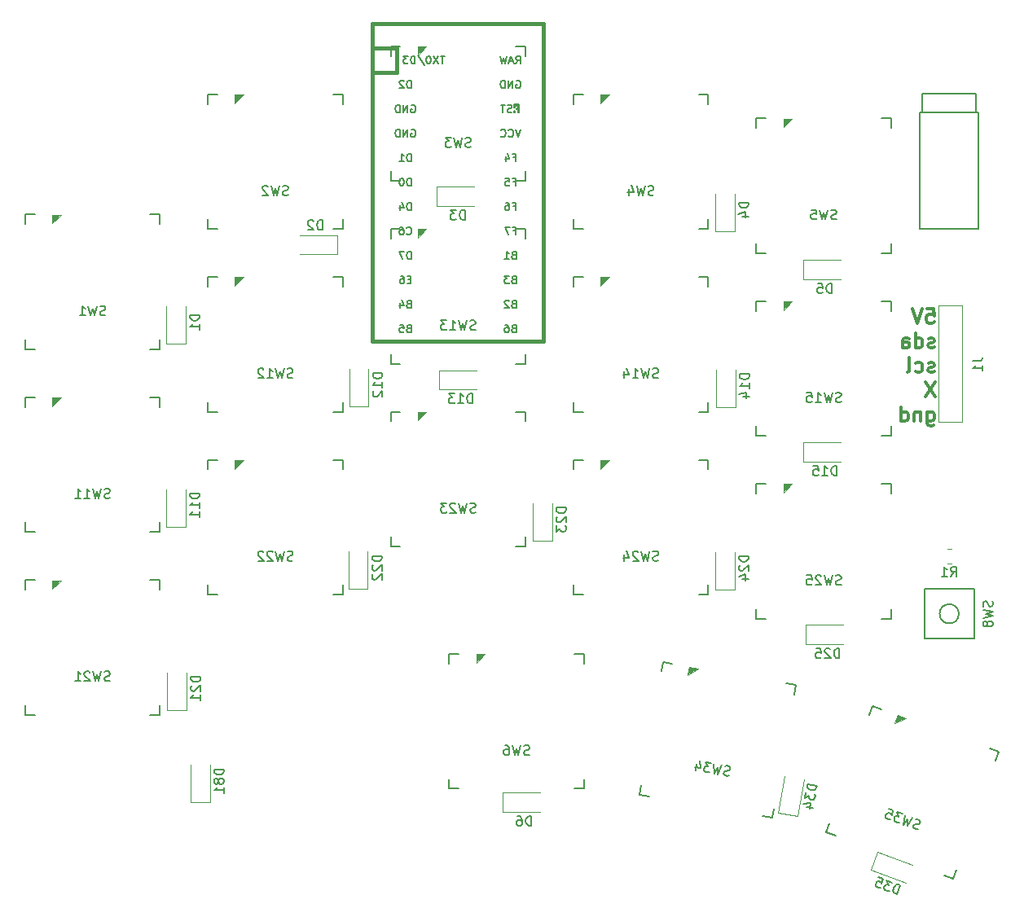
<source format=gbr>
%TF.GenerationSoftware,KiCad,Pcbnew,(5.1.10)-1*%
%TF.CreationDate,2021-11-02T14:07:56-07:00*%
%TF.ProjectId,babykeeb,62616279-6b65-4656-922e-6b696361645f,rev?*%
%TF.SameCoordinates,Original*%
%TF.FileFunction,Legend,Bot*%
%TF.FilePolarity,Positive*%
%FSLAX46Y46*%
G04 Gerber Fmt 4.6, Leading zero omitted, Abs format (unit mm)*
G04 Created by KiCad (PCBNEW (5.1.10)-1) date 2021-11-02 14:07:56*
%MOMM*%
%LPD*%
G01*
G04 APERTURE LIST*
%ADD10C,0.300000*%
%ADD11C,0.150000*%
%ADD12C,0.120000*%
%ADD13C,0.100000*%
%ADD14C,0.381000*%
G04 APERTURE END LIST*
D10*
X147697664Y-60819675D02*
X148411950Y-60819675D01*
X148483378Y-61533961D01*
X148411950Y-61462532D01*
X148269093Y-61391104D01*
X147911950Y-61391104D01*
X147769093Y-61462532D01*
X147697664Y-61533961D01*
X147626235Y-61676818D01*
X147626235Y-62033961D01*
X147697664Y-62176818D01*
X147769093Y-62248246D01*
X147911950Y-62319675D01*
X148269093Y-62319675D01*
X148411950Y-62248246D01*
X148483378Y-62176818D01*
X147197664Y-60819675D02*
X146697664Y-62319675D01*
X146197664Y-60819675D01*
X148483378Y-64798246D02*
X148340521Y-64869675D01*
X148054807Y-64869675D01*
X147911950Y-64798246D01*
X147840521Y-64655389D01*
X147840521Y-64583961D01*
X147911950Y-64441104D01*
X148054807Y-64369675D01*
X148269093Y-64369675D01*
X148411950Y-64298246D01*
X148483378Y-64155389D01*
X148483378Y-64083961D01*
X148411950Y-63941104D01*
X148269093Y-63869675D01*
X148054807Y-63869675D01*
X147911950Y-63941104D01*
X146554807Y-64869675D02*
X146554807Y-63369675D01*
X146554807Y-64798246D02*
X146697664Y-64869675D01*
X146983378Y-64869675D01*
X147126235Y-64798246D01*
X147197664Y-64726818D01*
X147269093Y-64583961D01*
X147269093Y-64155389D01*
X147197664Y-64012532D01*
X147126235Y-63941104D01*
X146983378Y-63869675D01*
X146697664Y-63869675D01*
X146554807Y-63941104D01*
X145197664Y-64869675D02*
X145197664Y-64083961D01*
X145269093Y-63941104D01*
X145411950Y-63869675D01*
X145697664Y-63869675D01*
X145840521Y-63941104D01*
X145197664Y-64798246D02*
X145340521Y-64869675D01*
X145697664Y-64869675D01*
X145840521Y-64798246D01*
X145911950Y-64655389D01*
X145911950Y-64512532D01*
X145840521Y-64369675D01*
X145697664Y-64298246D01*
X145340521Y-64298246D01*
X145197664Y-64226818D01*
X148483378Y-67348246D02*
X148340521Y-67419675D01*
X148054807Y-67419675D01*
X147911950Y-67348246D01*
X147840521Y-67205389D01*
X147840521Y-67133961D01*
X147911950Y-66991104D01*
X148054807Y-66919675D01*
X148269093Y-66919675D01*
X148411950Y-66848246D01*
X148483378Y-66705389D01*
X148483378Y-66633961D01*
X148411950Y-66491104D01*
X148269093Y-66419675D01*
X148054807Y-66419675D01*
X147911950Y-66491104D01*
X146554807Y-67348246D02*
X146697664Y-67419675D01*
X146983378Y-67419675D01*
X147126235Y-67348246D01*
X147197664Y-67276818D01*
X147269093Y-67133961D01*
X147269093Y-66705389D01*
X147197664Y-66562532D01*
X147126235Y-66491104D01*
X146983378Y-66419675D01*
X146697664Y-66419675D01*
X146554807Y-66491104D01*
X145697664Y-67419675D02*
X145840521Y-67348246D01*
X145911950Y-67205389D01*
X145911950Y-65919675D01*
X148554807Y-68469675D02*
X147554807Y-69969675D01*
X147554807Y-68469675D02*
X148554807Y-69969675D01*
X147769093Y-71519675D02*
X147769093Y-72733961D01*
X147840521Y-72876818D01*
X147911950Y-72948246D01*
X148054807Y-73019675D01*
X148269093Y-73019675D01*
X148411950Y-72948246D01*
X147769093Y-72448246D02*
X147911950Y-72519675D01*
X148197664Y-72519675D01*
X148340521Y-72448246D01*
X148411950Y-72376818D01*
X148483378Y-72233961D01*
X148483378Y-71805389D01*
X148411950Y-71662532D01*
X148340521Y-71591104D01*
X148197664Y-71519675D01*
X147911950Y-71519675D01*
X147769093Y-71591104D01*
X147054807Y-71519675D02*
X147054807Y-72519675D01*
X147054807Y-71662532D02*
X146983378Y-71591104D01*
X146840521Y-71519675D01*
X146626235Y-71519675D01*
X146483378Y-71591104D01*
X146411950Y-71733961D01*
X146411950Y-72519675D01*
X145054807Y-72519675D02*
X145054807Y-71019675D01*
X145054807Y-72448246D02*
X145197664Y-72519675D01*
X145483378Y-72519675D01*
X145626235Y-72448246D01*
X145697664Y-72376818D01*
X145769093Y-72233961D01*
X145769093Y-71805389D01*
X145697664Y-71662532D01*
X145626235Y-71591104D01*
X145483378Y-71519675D01*
X145197664Y-71519675D01*
X145054807Y-71591104D01*
D11*
%TO.C,SW8*%
X151043593Y-92534804D02*
G75*
G03*
X151043593Y-92534804I-1000000J0D01*
G01*
X152643593Y-89934804D02*
X147443593Y-89934804D01*
X152643593Y-95134804D02*
X152643593Y-89934804D01*
X147443593Y-95134804D02*
X152643593Y-95134804D01*
X147443593Y-89934804D02*
X147443593Y-95134804D01*
D12*
%TO.C,R1*%
X149816529Y-87275404D02*
X150270657Y-87275404D01*
X149816529Y-85805404D02*
X150270657Y-85805404D01*
D13*
%TO.C,D48*%
G36*
X94797587Y-34446489D02*
G01*
X95697587Y-33546489D01*
X94797587Y-33546489D01*
X94797587Y-34446489D01*
G37*
X94797587Y-34446489D02*
X95697587Y-33546489D01*
X94797587Y-33546489D01*
X94797587Y-34446489D01*
D11*
%TO.C,SW35*%
X155220104Y-106892249D02*
X154878084Y-107831941D01*
X138215818Y-115601683D02*
X137276126Y-115259663D01*
X150773842Y-119108253D02*
X150431822Y-120047945D01*
X150431822Y-120047945D02*
X149492130Y-119705925D01*
X137276126Y-115259663D02*
X137618146Y-114319971D01*
X141722388Y-103043659D02*
X142064408Y-102103967D01*
X142064408Y-102103967D02*
X143004100Y-102445987D01*
X154280412Y-106550229D02*
X155220104Y-106892249D01*
%TO.C,SW34*%
X134072866Y-99962639D02*
X133899217Y-100947447D01*
X118839290Y-111492521D02*
X117854482Y-111318873D01*
X131815439Y-112765140D02*
X131641791Y-113749948D01*
X131641791Y-113749948D02*
X130656983Y-113576299D01*
X117854482Y-111318873D02*
X118028131Y-110334065D01*
X120111909Y-98516372D02*
X120285557Y-97531564D01*
X120285557Y-97531564D02*
X121270365Y-97705213D01*
X133088058Y-99788991D02*
X134072866Y-99962639D01*
%TO.C,SW25*%
X143997585Y-79026487D02*
X143997585Y-80026487D01*
X130997585Y-93026487D02*
X129997585Y-93026487D01*
X143997585Y-92026487D02*
X143997585Y-93026487D01*
X143997585Y-93026487D02*
X142997585Y-93026487D01*
X129997585Y-93026487D02*
X129997585Y-92026487D01*
X129997585Y-80026487D02*
X129997585Y-79026487D01*
X129997585Y-79026487D02*
X130997585Y-79026487D01*
X142997585Y-79026487D02*
X143997585Y-79026487D01*
%TO.C,SW24*%
X124997586Y-76526487D02*
X124997586Y-77526487D01*
X111997586Y-90526487D02*
X110997586Y-90526487D01*
X124997586Y-89526487D02*
X124997586Y-90526487D01*
X124997586Y-90526487D02*
X123997586Y-90526487D01*
X110997586Y-90526487D02*
X110997586Y-89526487D01*
X110997586Y-77526487D02*
X110997586Y-76526487D01*
X110997586Y-76526487D02*
X111997586Y-76526487D01*
X123997586Y-76526487D02*
X124997586Y-76526487D01*
%TO.C,SW23*%
X105997586Y-71526487D02*
X105997586Y-72526487D01*
X92997586Y-85526487D02*
X91997586Y-85526487D01*
X105997586Y-84526487D02*
X105997586Y-85526487D01*
X105997586Y-85526487D02*
X104997586Y-85526487D01*
X91997586Y-85526487D02*
X91997586Y-84526487D01*
X91997586Y-72526487D02*
X91997586Y-71526487D01*
X91997586Y-71526487D02*
X92997586Y-71526487D01*
X104997586Y-71526487D02*
X105997586Y-71526487D01*
%TO.C,SW22*%
X86997587Y-76526486D02*
X86997587Y-77526486D01*
X73997587Y-90526486D02*
X72997587Y-90526486D01*
X86997587Y-89526486D02*
X86997587Y-90526486D01*
X86997587Y-90526486D02*
X85997587Y-90526486D01*
X72997587Y-90526486D02*
X72997587Y-89526486D01*
X72997587Y-77526486D02*
X72997587Y-76526486D01*
X72997587Y-76526486D02*
X73997587Y-76526486D01*
X85997587Y-76526486D02*
X86997587Y-76526486D01*
%TO.C,SW21*%
X67997588Y-89026485D02*
X67997588Y-90026485D01*
X54997588Y-103026485D02*
X53997588Y-103026485D01*
X67997588Y-102026485D02*
X67997588Y-103026485D01*
X67997588Y-103026485D02*
X66997588Y-103026485D01*
X53997588Y-103026485D02*
X53997588Y-102026485D01*
X53997588Y-90026485D02*
X53997588Y-89026485D01*
X53997588Y-89026485D02*
X54997588Y-89026485D01*
X66997588Y-89026485D02*
X67997588Y-89026485D01*
%TO.C,SW15*%
X143997585Y-60026488D02*
X143997585Y-61026488D01*
X130997585Y-74026488D02*
X129997585Y-74026488D01*
X143997585Y-73026488D02*
X143997585Y-74026488D01*
X143997585Y-74026488D02*
X142997585Y-74026488D01*
X129997585Y-74026488D02*
X129997585Y-73026488D01*
X129997585Y-61026488D02*
X129997585Y-60026488D01*
X129997585Y-60026488D02*
X130997585Y-60026488D01*
X142997585Y-60026488D02*
X143997585Y-60026488D01*
%TO.C,SW14*%
X124997586Y-57526487D02*
X124997586Y-58526487D01*
X111997586Y-71526487D02*
X110997586Y-71526487D01*
X124997586Y-70526487D02*
X124997586Y-71526487D01*
X124997586Y-71526487D02*
X123997586Y-71526487D01*
X110997586Y-71526487D02*
X110997586Y-70526487D01*
X110997586Y-58526487D02*
X110997586Y-57526487D01*
X110997586Y-57526487D02*
X111997586Y-57526487D01*
X123997586Y-57526487D02*
X124997586Y-57526487D01*
%TO.C,SW13*%
X105997587Y-52526487D02*
X105997587Y-53526487D01*
X92997587Y-66526487D02*
X91997587Y-66526487D01*
X105997587Y-65526487D02*
X105997587Y-66526487D01*
X105997587Y-66526487D02*
X104997587Y-66526487D01*
X91997587Y-66526487D02*
X91997587Y-65526487D01*
X91997587Y-53526487D02*
X91997587Y-52526487D01*
X91997587Y-52526487D02*
X92997587Y-52526487D01*
X104997587Y-52526487D02*
X105997587Y-52526487D01*
%TO.C,SW12*%
X86997588Y-57526487D02*
X86997588Y-58526487D01*
X73997588Y-71526487D02*
X72997588Y-71526487D01*
X86997588Y-70526487D02*
X86997588Y-71526487D01*
X86997588Y-71526487D02*
X85997588Y-71526487D01*
X72997588Y-71526487D02*
X72997588Y-70526487D01*
X72997588Y-58526487D02*
X72997588Y-57526487D01*
X72997588Y-57526487D02*
X73997588Y-57526487D01*
X85997588Y-57526487D02*
X86997588Y-57526487D01*
%TO.C,SW11*%
X67997589Y-70026486D02*
X67997589Y-71026486D01*
X54997589Y-84026486D02*
X53997589Y-84026486D01*
X67997589Y-83026486D02*
X67997589Y-84026486D01*
X67997589Y-84026486D02*
X66997589Y-84026486D01*
X53997589Y-84026486D02*
X53997589Y-83026486D01*
X53997589Y-71026486D02*
X53997589Y-70026486D01*
X53997589Y-70026486D02*
X54997589Y-70026486D01*
X66997589Y-70026486D02*
X67997589Y-70026486D01*
%TO.C,SW6*%
X112078593Y-96714404D02*
X112078593Y-97714404D01*
X99078593Y-110714404D02*
X98078593Y-110714404D01*
X112078593Y-109714404D02*
X112078593Y-110714404D01*
X112078593Y-110714404D02*
X111078593Y-110714404D01*
X98078593Y-110714404D02*
X98078593Y-109714404D01*
X98078593Y-97714404D02*
X98078593Y-96714404D01*
X98078593Y-96714404D02*
X99078593Y-96714404D01*
X111078593Y-96714404D02*
X112078593Y-96714404D01*
%TO.C,SW5*%
X143997585Y-41026489D02*
X143997585Y-42026489D01*
X130997585Y-55026489D02*
X129997585Y-55026489D01*
X143997585Y-54026489D02*
X143997585Y-55026489D01*
X143997585Y-55026489D02*
X142997585Y-55026489D01*
X129997585Y-55026489D02*
X129997585Y-54026489D01*
X129997585Y-42026489D02*
X129997585Y-41026489D01*
X129997585Y-41026489D02*
X130997585Y-41026489D01*
X142997585Y-41026489D02*
X143997585Y-41026489D01*
%TO.C,SW4*%
X124997586Y-38526488D02*
X124997586Y-39526488D01*
X111997586Y-52526488D02*
X110997586Y-52526488D01*
X124997586Y-51526488D02*
X124997586Y-52526488D01*
X124997586Y-52526488D02*
X123997586Y-52526488D01*
X110997586Y-52526488D02*
X110997586Y-51526488D01*
X110997586Y-39526488D02*
X110997586Y-38526488D01*
X110997586Y-38526488D02*
X111997586Y-38526488D01*
X123997586Y-38526488D02*
X124997586Y-38526488D01*
%TO.C,SW3*%
X105997587Y-33526488D02*
X105997587Y-34526488D01*
X92997587Y-47526488D02*
X91997587Y-47526488D01*
X105997587Y-46526488D02*
X105997587Y-47526488D01*
X105997587Y-47526488D02*
X104997587Y-47526488D01*
X91997587Y-47526488D02*
X91997587Y-46526488D01*
X91997587Y-34526488D02*
X91997587Y-33526488D01*
X91997587Y-33526488D02*
X92997587Y-33526488D01*
X104997587Y-33526488D02*
X105997587Y-33526488D01*
%TO.C,SW2*%
X86997588Y-38526488D02*
X86997588Y-39526488D01*
X73997588Y-52526488D02*
X72997588Y-52526488D01*
X86997588Y-51526488D02*
X86997588Y-52526488D01*
X86997588Y-52526488D02*
X85997588Y-52526488D01*
X72997588Y-52526488D02*
X72997588Y-51526488D01*
X72997588Y-39526488D02*
X72997588Y-38526488D01*
X72997588Y-38526488D02*
X73997588Y-38526488D01*
X85997588Y-38526488D02*
X86997588Y-38526488D01*
%TO.C,SW1*%
X67997589Y-51026487D02*
X67997589Y-52026487D01*
X54997589Y-65026487D02*
X53997589Y-65026487D01*
X67997589Y-64026487D02*
X67997589Y-65026487D01*
X67997589Y-65026487D02*
X66997589Y-65026487D01*
X53997589Y-65026487D02*
X53997589Y-64026487D01*
X53997589Y-52026487D02*
X53997589Y-51026487D01*
X53997589Y-51026487D02*
X54997589Y-51026487D01*
X66997589Y-51026487D02*
X67997589Y-51026487D01*
D12*
%TO.C,J1*%
X148913593Y-60501404D02*
X148913593Y-60701404D01*
X151413593Y-60501404D02*
X148913593Y-60501404D01*
X151413593Y-72601404D02*
X151413593Y-60501404D01*
X148913593Y-72601404D02*
X151413593Y-72601404D01*
X148913593Y-60701404D02*
X148913593Y-72601404D01*
D11*
%TO.C,U4*%
X146993593Y-40439404D02*
X153093593Y-40439404D01*
X146993593Y-52539404D02*
X153093593Y-52539404D01*
X146993593Y-40439404D02*
X146993593Y-52539404D01*
X153093593Y-40439404D02*
X153093593Y-52539404D01*
X147243593Y-40439404D02*
X147243593Y-38439404D01*
X152843593Y-40439404D02*
X152843593Y-38439404D01*
X147243593Y-38439404D02*
X152843593Y-38439404D01*
D13*
%TO.C,D51*%
G36*
X113797586Y-77446488D02*
G01*
X114697586Y-76546488D01*
X113797586Y-76546488D01*
X113797586Y-77446488D01*
G37*
X113797586Y-77446488D02*
X114697586Y-76546488D01*
X113797586Y-76546488D01*
X113797586Y-77446488D01*
D12*
%TO.C,D6*%
X103622993Y-113118204D02*
X103622993Y-111118204D01*
X103622993Y-111118204D02*
X107522993Y-111118204D01*
X103622993Y-113118204D02*
X107522993Y-113118204D01*
D14*
%TO.C,U1*%
X92639593Y-36248404D02*
X90099593Y-36248404D01*
X92639593Y-33708404D02*
X92639593Y-36248404D01*
D11*
G36*
X105034228Y-39997434D02*
G01*
X105034228Y-40097434D01*
X105134228Y-40097434D01*
X105134228Y-39997434D01*
X105034228Y-39997434D01*
G37*
X105034228Y-39997434D02*
X105034228Y-40097434D01*
X105134228Y-40097434D01*
X105134228Y-39997434D01*
X105034228Y-39997434D01*
G36*
X105234228Y-39597434D02*
G01*
X105234228Y-40397434D01*
X105334228Y-40397434D01*
X105334228Y-39597434D01*
X105234228Y-39597434D01*
G37*
X105234228Y-39597434D02*
X105234228Y-40397434D01*
X105334228Y-40397434D01*
X105334228Y-39597434D01*
X105234228Y-39597434D01*
G36*
X104834228Y-40197434D02*
G01*
X104834228Y-40397434D01*
X104934228Y-40397434D01*
X104934228Y-40197434D01*
X104834228Y-40197434D01*
G37*
X104834228Y-40197434D02*
X104834228Y-40397434D01*
X104934228Y-40397434D01*
X104934228Y-40197434D01*
X104834228Y-40197434D01*
G36*
X104834228Y-39597434D02*
G01*
X104834228Y-39897434D01*
X104934228Y-39897434D01*
X104934228Y-39597434D01*
X104834228Y-39597434D01*
G37*
X104834228Y-39597434D02*
X104834228Y-39897434D01*
X104934228Y-39897434D01*
X104934228Y-39597434D01*
X104834228Y-39597434D01*
G36*
X104834228Y-39597434D02*
G01*
X104834228Y-39697434D01*
X105334228Y-39697434D01*
X105334228Y-39597434D01*
X104834228Y-39597434D01*
G37*
X104834228Y-39597434D02*
X104834228Y-39697434D01*
X105334228Y-39697434D01*
X105334228Y-39597434D01*
X104834228Y-39597434D01*
D14*
X107879593Y-64188404D02*
X107879593Y-31168404D01*
X90099593Y-64188404D02*
X107879593Y-64188404D01*
X90099593Y-31168404D02*
X90099593Y-64188404D01*
X107879593Y-31168404D02*
X90099593Y-31168404D01*
X92639593Y-33708404D02*
X90099593Y-33708404D01*
D13*
%TO.C,D59*%
G36*
X122883262Y-98923804D02*
G01*
X123925873Y-98193760D01*
X123039546Y-98037477D01*
X122883262Y-98923804D01*
G37*
X122883262Y-98923804D02*
X123925873Y-98193760D01*
X123039546Y-98037477D01*
X122883262Y-98923804D01*
%TO.C,D57*%
G36*
X100878593Y-97634405D02*
G01*
X101778593Y-96734405D01*
X100878593Y-96734405D01*
X100878593Y-97634405D01*
G37*
X100878593Y-97634405D02*
X101778593Y-96734405D01*
X100878593Y-96734405D01*
X100878593Y-97634405D01*
%TO.C,D60*%
G36*
X144380888Y-103926141D02*
G01*
X145534430Y-103388236D01*
X144688706Y-103080418D01*
X144380888Y-103926141D01*
G37*
X144380888Y-103926141D02*
X145534430Y-103388236D01*
X144688706Y-103080418D01*
X144380888Y-103926141D01*
%TO.C,D56*%
G36*
X132797585Y-79946488D02*
G01*
X133697585Y-79046488D01*
X132797585Y-79046488D01*
X132797585Y-79946488D01*
G37*
X132797585Y-79946488D02*
X133697585Y-79046488D01*
X132797585Y-79046488D01*
X132797585Y-79946488D01*
D12*
%TO.C,D81*%
X73192593Y-112158404D02*
X71192593Y-112158404D01*
X71192593Y-112158404D02*
X71192593Y-108258404D01*
X73192593Y-112158404D02*
X73192593Y-108258404D01*
D13*
%TO.C,D45*%
G36*
X75797587Y-77446487D02*
G01*
X76697587Y-76546487D01*
X75797587Y-76546487D01*
X75797587Y-77446487D01*
G37*
X75797587Y-77446487D02*
X76697587Y-76546487D01*
X75797587Y-76546487D01*
X75797587Y-77446487D01*
%TO.C,D53*%
G36*
X113797586Y-39446489D02*
G01*
X114697586Y-38546489D01*
X113797586Y-38546489D01*
X113797586Y-39446489D01*
G37*
X113797586Y-39446489D02*
X114697586Y-38546489D01*
X113797586Y-38546489D01*
X113797586Y-39446489D01*
%TO.C,D52*%
G36*
X113797586Y-58446488D02*
G01*
X114697586Y-57546488D01*
X113797586Y-57546488D01*
X113797586Y-58446488D01*
G37*
X113797586Y-58446488D02*
X114697586Y-57546488D01*
X113797586Y-57546488D01*
X113797586Y-58446488D01*
%TO.C,D54*%
G36*
X132797585Y-41946490D02*
G01*
X133697585Y-41046490D01*
X132797585Y-41046490D01*
X132797585Y-41946490D01*
G37*
X132797585Y-41946490D02*
X133697585Y-41046490D01*
X132797585Y-41046490D01*
X132797585Y-41946490D01*
%TO.C,D50*%
G36*
X94797586Y-72446488D02*
G01*
X95697586Y-71546488D01*
X94797586Y-71546488D01*
X94797586Y-72446488D01*
G37*
X94797586Y-72446488D02*
X95697586Y-71546488D01*
X94797586Y-71546488D01*
X94797586Y-72446488D01*
%TO.C,D43*%
G36*
X56797588Y-89946486D02*
G01*
X57697588Y-89046486D01*
X56797588Y-89046486D01*
X56797588Y-89946486D01*
G37*
X56797588Y-89946486D02*
X57697588Y-89046486D01*
X56797588Y-89046486D01*
X56797588Y-89946486D01*
%TO.C,D49*%
G36*
X94797587Y-53446488D02*
G01*
X95697587Y-52546488D01*
X94797587Y-52546488D01*
X94797587Y-53446488D01*
G37*
X94797587Y-53446488D02*
X95697587Y-52546488D01*
X94797587Y-52546488D01*
X94797587Y-53446488D01*
%TO.C,D46*%
G36*
X75797588Y-58446488D02*
G01*
X76697588Y-57546488D01*
X75797588Y-57546488D01*
X75797588Y-58446488D01*
G37*
X75797588Y-58446488D02*
X76697588Y-57546488D01*
X75797588Y-57546488D01*
X75797588Y-58446488D01*
%TO.C,D42*%
G36*
X56797589Y-70946487D02*
G01*
X57697589Y-70046487D01*
X56797589Y-70046487D01*
X56797589Y-70946487D01*
G37*
X56797589Y-70946487D02*
X57697589Y-70046487D01*
X56797589Y-70046487D01*
X56797589Y-70946487D01*
%TO.C,D55*%
G36*
X132797585Y-60946489D02*
G01*
X133697585Y-60046489D01*
X132797585Y-60046489D01*
X132797585Y-60946489D01*
G37*
X132797585Y-60946489D02*
X133697585Y-60046489D01*
X132797585Y-60046489D01*
X132797585Y-60946489D01*
%TO.C,D47*%
G36*
X75797588Y-39446489D02*
G01*
X76697588Y-38546489D01*
X75797588Y-38546489D01*
X75797588Y-39446489D01*
G37*
X75797588Y-39446489D02*
X76697588Y-38546489D01*
X75797588Y-38546489D01*
X75797588Y-39446489D01*
%TO.C,D41*%
G36*
X56797589Y-51946488D02*
G01*
X57697589Y-51046488D01*
X56797589Y-51046488D01*
X56797589Y-51946488D01*
G37*
X56797589Y-51946488D02*
X57697589Y-51046488D01*
X56797589Y-51046488D01*
X56797589Y-51946488D01*
D12*
%TO.C,D35*%
X141872264Y-119159051D02*
X142556305Y-117279666D01*
X142556305Y-117279666D02*
X146221106Y-118613545D01*
X141872264Y-119159051D02*
X145537066Y-120492930D01*
%TO.C,D34*%
X134254692Y-113555170D02*
X132285077Y-113207873D01*
X132285077Y-113207873D02*
X132962305Y-109367123D01*
X134254692Y-113555170D02*
X134931920Y-109714419D01*
%TO.C,D25*%
X135157093Y-95693804D02*
X135157093Y-93693804D01*
X135157093Y-93693804D02*
X139057093Y-93693804D01*
X135157093Y-95693804D02*
X139057093Y-95693804D01*
%TO.C,D24*%
X127739093Y-89996904D02*
X125739093Y-89996904D01*
X125739093Y-89996904D02*
X125739093Y-86096904D01*
X127739093Y-89996904D02*
X127739093Y-86096904D01*
%TO.C,D23*%
X108752593Y-84967704D02*
X106752593Y-84967704D01*
X106752593Y-84967704D02*
X106752593Y-81067704D01*
X108752593Y-84967704D02*
X108752593Y-81067704D01*
%TO.C,D22*%
X89613693Y-89971504D02*
X87613693Y-89971504D01*
X87613693Y-89971504D02*
X87613693Y-86071504D01*
X89613693Y-89971504D02*
X89613693Y-86071504D01*
%TO.C,D21*%
X70779593Y-102519104D02*
X68779593Y-102519104D01*
X68779593Y-102519104D02*
X68779593Y-98619104D01*
X70779593Y-102519104D02*
X70779593Y-98619104D01*
%TO.C,D15*%
X134877693Y-76694604D02*
X134877693Y-74694604D01*
X134877693Y-74694604D02*
X138777693Y-74694604D01*
X134877693Y-76694604D02*
X138777693Y-76694604D01*
%TO.C,D14*%
X127802593Y-71048504D02*
X125802593Y-71048504D01*
X125802593Y-71048504D02*
X125802593Y-67148504D01*
X127802593Y-71048504D02*
X127802593Y-67148504D01*
%TO.C,D13*%
X97031693Y-69201604D02*
X97031693Y-67201604D01*
X97031693Y-67201604D02*
X100931693Y-67201604D01*
X97031693Y-69201604D02*
X100931693Y-69201604D01*
%TO.C,D12*%
X89677193Y-70959604D02*
X87677193Y-70959604D01*
X87677193Y-70959604D02*
X87677193Y-67059604D01*
X89677193Y-70959604D02*
X89677193Y-67059604D01*
%TO.C,D11*%
X70677993Y-83469104D02*
X68677993Y-83469104D01*
X68677993Y-83469104D02*
X68677993Y-79569104D01*
X70677993Y-83469104D02*
X70677993Y-79569104D01*
%TO.C,D5*%
X134852293Y-57733504D02*
X134852293Y-55733504D01*
X134852293Y-55733504D02*
X138752293Y-55733504D01*
X134852293Y-57733504D02*
X138752293Y-57733504D01*
%TO.C,D4*%
X127726393Y-52760504D02*
X125726393Y-52760504D01*
X125726393Y-52760504D02*
X125726393Y-48860504D01*
X127726393Y-52760504D02*
X127726393Y-48860504D01*
%TO.C,D3*%
X96726893Y-50100804D02*
X96726893Y-48100804D01*
X96726893Y-48100804D02*
X100626893Y-48100804D01*
X96726893Y-50100804D02*
X100626893Y-50100804D01*
%TO.C,D2*%
X86418693Y-53168104D02*
X86418693Y-55168104D01*
X86418693Y-55168104D02*
X82518693Y-55168104D01*
X86418693Y-53168104D02*
X82518693Y-53168104D01*
%TO.C,D1*%
X70665293Y-64457204D02*
X68665293Y-64457204D01*
X68665293Y-64457204D02*
X68665293Y-60557204D01*
X70665293Y-64457204D02*
X70665293Y-60557204D01*
%TO.C,SW8*%
D11*
X154512354Y-91201470D02*
X154559973Y-91344327D01*
X154559973Y-91582423D01*
X154512354Y-91677661D01*
X154464735Y-91725280D01*
X154369497Y-91772899D01*
X154274259Y-91772899D01*
X154179021Y-91725280D01*
X154131402Y-91677661D01*
X154083783Y-91582423D01*
X154036164Y-91391946D01*
X153988545Y-91296708D01*
X153940926Y-91249089D01*
X153845688Y-91201470D01*
X153750450Y-91201470D01*
X153655212Y-91249089D01*
X153607593Y-91296708D01*
X153559973Y-91391946D01*
X153559973Y-91630042D01*
X153607593Y-91772899D01*
X153559973Y-92106232D02*
X154559973Y-92344327D01*
X153845688Y-92534804D01*
X154559973Y-92725280D01*
X153559973Y-92963375D01*
X153988545Y-93487184D02*
X153940926Y-93391946D01*
X153893307Y-93344327D01*
X153798069Y-93296708D01*
X153750450Y-93296708D01*
X153655212Y-93344327D01*
X153607593Y-93391946D01*
X153559973Y-93487184D01*
X153559973Y-93677661D01*
X153607593Y-93772899D01*
X153655212Y-93820518D01*
X153750450Y-93868137D01*
X153798069Y-93868137D01*
X153893307Y-93820518D01*
X153940926Y-93772899D01*
X153988545Y-93677661D01*
X153988545Y-93487184D01*
X154036164Y-93391946D01*
X154083783Y-93344327D01*
X154179021Y-93296708D01*
X154369497Y-93296708D01*
X154464735Y-93344327D01*
X154512354Y-93391946D01*
X154559973Y-93487184D01*
X154559973Y-93677661D01*
X154512354Y-93772899D01*
X154464735Y-93820518D01*
X154369497Y-93868137D01*
X154179021Y-93868137D01*
X154083783Y-93820518D01*
X154036164Y-93772899D01*
X153988545Y-93677661D01*
%TO.C,R1*%
X150210259Y-88642784D02*
X150543593Y-88166594D01*
X150781688Y-88642784D02*
X150781688Y-87642784D01*
X150400735Y-87642784D01*
X150305497Y-87690404D01*
X150257878Y-87738023D01*
X150210259Y-87833261D01*
X150210259Y-87976118D01*
X150257878Y-88071356D01*
X150305497Y-88118975D01*
X150400735Y-88166594D01*
X150781688Y-88166594D01*
X149257878Y-88642784D02*
X149829307Y-88642784D01*
X149543593Y-88642784D02*
X149543593Y-87642784D01*
X149638831Y-87785642D01*
X149734069Y-87880880D01*
X149829307Y-87928499D01*
%TO.C,SW35*%
X146767597Y-114939384D02*
X146617068Y-114935271D01*
X146393332Y-114853838D01*
X146320124Y-114776517D01*
X146291664Y-114715483D01*
X146279490Y-114609702D01*
X146312063Y-114520207D01*
X146389384Y-114447000D01*
X146450418Y-114418539D01*
X146556199Y-114406365D01*
X146751475Y-114426764D01*
X146857256Y-114414591D01*
X146918290Y-114386130D01*
X146995610Y-114312922D01*
X147028184Y-114223428D01*
X147016010Y-114117646D01*
X146987549Y-114056612D01*
X146914341Y-113979292D01*
X146690605Y-113897858D01*
X146540077Y-113893746D01*
X146243132Y-113734992D02*
X145677376Y-114593251D01*
X145742687Y-113856895D01*
X145319398Y-114462958D01*
X145437682Y-113441832D01*
X145169198Y-113344112D02*
X144587483Y-113132385D01*
X144770421Y-113604370D01*
X144636179Y-113555510D01*
X144530398Y-113567684D01*
X144469364Y-113596144D01*
X144392043Y-113669352D01*
X144310610Y-113893088D01*
X144322784Y-113998870D01*
X144351244Y-114059903D01*
X144424452Y-114137224D01*
X144692936Y-114234944D01*
X144798717Y-114222770D01*
X144859751Y-114194310D01*
X143737285Y-112822938D02*
X144184758Y-112985805D01*
X144066639Y-113449564D01*
X144038178Y-113388530D01*
X143964970Y-113311210D01*
X143741234Y-113229776D01*
X143635453Y-113241950D01*
X143574419Y-113270411D01*
X143497098Y-113343619D01*
X143415665Y-113567355D01*
X143427839Y-113673136D01*
X143456299Y-113734170D01*
X143529507Y-113811491D01*
X143753243Y-113892924D01*
X143859025Y-113880750D01*
X143920058Y-113852289D01*
%TO.C,SW34*%
X127146140Y-109355283D02*
X126997185Y-109377371D01*
X126762707Y-109336027D01*
X126677184Y-109272593D01*
X126638558Y-109217428D01*
X126608200Y-109115368D01*
X126624738Y-109021577D01*
X126688171Y-108936055D01*
X126743336Y-108897428D01*
X126845396Y-108867071D01*
X127041248Y-108853251D01*
X127143308Y-108822893D01*
X127198472Y-108784266D01*
X127261906Y-108698744D01*
X127278444Y-108604953D01*
X127248086Y-108502893D01*
X127209459Y-108447728D01*
X127123937Y-108384295D01*
X126889459Y-108342950D01*
X126740503Y-108365039D01*
X126420503Y-108260260D02*
X126012377Y-109203723D01*
X125948829Y-108467213D01*
X125637212Y-109137572D01*
X125576382Y-108111419D01*
X125295009Y-108061805D02*
X124685366Y-107954309D01*
X124947483Y-108387356D01*
X124806796Y-108362549D01*
X124704736Y-108392907D01*
X124649572Y-108431534D01*
X124586138Y-108517056D01*
X124544793Y-108751534D01*
X124575151Y-108853594D01*
X124613778Y-108908759D01*
X124699300Y-108972192D01*
X124980674Y-109021806D01*
X125082734Y-108991448D01*
X125137898Y-108952822D01*
X123783362Y-108133737D02*
X123667597Y-108790275D01*
X124083992Y-107799917D02*
X124194435Y-108544696D01*
X123584792Y-108437199D01*
%TO.C,SW25*%
X138807108Y-89479248D02*
X138664251Y-89526867D01*
X138426156Y-89526867D01*
X138330918Y-89479248D01*
X138283299Y-89431629D01*
X138235680Y-89336391D01*
X138235680Y-89241153D01*
X138283299Y-89145915D01*
X138330918Y-89098296D01*
X138426156Y-89050677D01*
X138616632Y-89003058D01*
X138711870Y-88955439D01*
X138759489Y-88907820D01*
X138807108Y-88812582D01*
X138807108Y-88717344D01*
X138759489Y-88622106D01*
X138711870Y-88574487D01*
X138616632Y-88526867D01*
X138378537Y-88526867D01*
X138235680Y-88574487D01*
X137902346Y-88526867D02*
X137664251Y-89526867D01*
X137473775Y-88812582D01*
X137283299Y-89526867D01*
X137045204Y-88526867D01*
X136711870Y-88622106D02*
X136664251Y-88574487D01*
X136569013Y-88526867D01*
X136330918Y-88526867D01*
X136235680Y-88574487D01*
X136188061Y-88622106D01*
X136140442Y-88717344D01*
X136140442Y-88812582D01*
X136188061Y-88955439D01*
X136759489Y-89526867D01*
X136140442Y-89526867D01*
X135235680Y-88526867D02*
X135711870Y-88526867D01*
X135759489Y-89003058D01*
X135711870Y-88955439D01*
X135616632Y-88907820D01*
X135378537Y-88907820D01*
X135283299Y-88955439D01*
X135235680Y-89003058D01*
X135188061Y-89098296D01*
X135188061Y-89336391D01*
X135235680Y-89431629D01*
X135283299Y-89479248D01*
X135378537Y-89526867D01*
X135616632Y-89526867D01*
X135711870Y-89479248D01*
X135759489Y-89431629D01*
%TO.C,SW24*%
X119807109Y-86979248D02*
X119664252Y-87026867D01*
X119426157Y-87026867D01*
X119330919Y-86979248D01*
X119283300Y-86931629D01*
X119235681Y-86836391D01*
X119235681Y-86741153D01*
X119283300Y-86645915D01*
X119330919Y-86598296D01*
X119426157Y-86550677D01*
X119616633Y-86503058D01*
X119711871Y-86455439D01*
X119759490Y-86407820D01*
X119807109Y-86312582D01*
X119807109Y-86217344D01*
X119759490Y-86122106D01*
X119711871Y-86074487D01*
X119616633Y-86026867D01*
X119378538Y-86026867D01*
X119235681Y-86074487D01*
X118902347Y-86026867D02*
X118664252Y-87026867D01*
X118473776Y-86312582D01*
X118283300Y-87026867D01*
X118045205Y-86026867D01*
X117711871Y-86122106D02*
X117664252Y-86074487D01*
X117569014Y-86026867D01*
X117330919Y-86026867D01*
X117235681Y-86074487D01*
X117188062Y-86122106D01*
X117140443Y-86217344D01*
X117140443Y-86312582D01*
X117188062Y-86455439D01*
X117759490Y-87026867D01*
X117140443Y-87026867D01*
X116283300Y-86360201D02*
X116283300Y-87026867D01*
X116521395Y-85979248D02*
X116759490Y-86693534D01*
X116140443Y-86693534D01*
%TO.C,SW23*%
X100807109Y-81979248D02*
X100664252Y-82026867D01*
X100426157Y-82026867D01*
X100330919Y-81979248D01*
X100283300Y-81931629D01*
X100235681Y-81836391D01*
X100235681Y-81741153D01*
X100283300Y-81645915D01*
X100330919Y-81598296D01*
X100426157Y-81550677D01*
X100616633Y-81503058D01*
X100711871Y-81455439D01*
X100759490Y-81407820D01*
X100807109Y-81312582D01*
X100807109Y-81217344D01*
X100759490Y-81122106D01*
X100711871Y-81074487D01*
X100616633Y-81026867D01*
X100378538Y-81026867D01*
X100235681Y-81074487D01*
X99902347Y-81026867D02*
X99664252Y-82026867D01*
X99473776Y-81312582D01*
X99283300Y-82026867D01*
X99045205Y-81026867D01*
X98711871Y-81122106D02*
X98664252Y-81074487D01*
X98569014Y-81026867D01*
X98330919Y-81026867D01*
X98235681Y-81074487D01*
X98188062Y-81122106D01*
X98140443Y-81217344D01*
X98140443Y-81312582D01*
X98188062Y-81455439D01*
X98759490Y-82026867D01*
X98140443Y-82026867D01*
X97807109Y-81026867D02*
X97188062Y-81026867D01*
X97521395Y-81407820D01*
X97378538Y-81407820D01*
X97283300Y-81455439D01*
X97235681Y-81503058D01*
X97188062Y-81598296D01*
X97188062Y-81836391D01*
X97235681Y-81931629D01*
X97283300Y-81979248D01*
X97378538Y-82026867D01*
X97664252Y-82026867D01*
X97759490Y-81979248D01*
X97807109Y-81931629D01*
%TO.C,SW22*%
X81807110Y-86979247D02*
X81664253Y-87026866D01*
X81426158Y-87026866D01*
X81330920Y-86979247D01*
X81283301Y-86931628D01*
X81235682Y-86836390D01*
X81235682Y-86741152D01*
X81283301Y-86645914D01*
X81330920Y-86598295D01*
X81426158Y-86550676D01*
X81616634Y-86503057D01*
X81711872Y-86455438D01*
X81759491Y-86407819D01*
X81807110Y-86312581D01*
X81807110Y-86217343D01*
X81759491Y-86122105D01*
X81711872Y-86074486D01*
X81616634Y-86026866D01*
X81378539Y-86026866D01*
X81235682Y-86074486D01*
X80902348Y-86026866D02*
X80664253Y-87026866D01*
X80473777Y-86312581D01*
X80283301Y-87026866D01*
X80045206Y-86026866D01*
X79711872Y-86122105D02*
X79664253Y-86074486D01*
X79569015Y-86026866D01*
X79330920Y-86026866D01*
X79235682Y-86074486D01*
X79188063Y-86122105D01*
X79140444Y-86217343D01*
X79140444Y-86312581D01*
X79188063Y-86455438D01*
X79759491Y-87026866D01*
X79140444Y-87026866D01*
X78759491Y-86122105D02*
X78711872Y-86074486D01*
X78616634Y-86026866D01*
X78378539Y-86026866D01*
X78283301Y-86074486D01*
X78235682Y-86122105D01*
X78188063Y-86217343D01*
X78188063Y-86312581D01*
X78235682Y-86455438D01*
X78807110Y-87026866D01*
X78188063Y-87026866D01*
%TO.C,SW21*%
X62807111Y-99479246D02*
X62664254Y-99526865D01*
X62426159Y-99526865D01*
X62330921Y-99479246D01*
X62283302Y-99431627D01*
X62235683Y-99336389D01*
X62235683Y-99241151D01*
X62283302Y-99145913D01*
X62330921Y-99098294D01*
X62426159Y-99050675D01*
X62616635Y-99003056D01*
X62711873Y-98955437D01*
X62759492Y-98907818D01*
X62807111Y-98812580D01*
X62807111Y-98717342D01*
X62759492Y-98622104D01*
X62711873Y-98574485D01*
X62616635Y-98526865D01*
X62378540Y-98526865D01*
X62235683Y-98574485D01*
X61902349Y-98526865D02*
X61664254Y-99526865D01*
X61473778Y-98812580D01*
X61283302Y-99526865D01*
X61045207Y-98526865D01*
X60711873Y-98622104D02*
X60664254Y-98574485D01*
X60569016Y-98526865D01*
X60330921Y-98526865D01*
X60235683Y-98574485D01*
X60188064Y-98622104D01*
X60140445Y-98717342D01*
X60140445Y-98812580D01*
X60188064Y-98955437D01*
X60759492Y-99526865D01*
X60140445Y-99526865D01*
X59188064Y-99526865D02*
X59759492Y-99526865D01*
X59473778Y-99526865D02*
X59473778Y-98526865D01*
X59569016Y-98669723D01*
X59664254Y-98764961D01*
X59759492Y-98812580D01*
%TO.C,SW15*%
X138807108Y-70479249D02*
X138664251Y-70526868D01*
X138426156Y-70526868D01*
X138330918Y-70479249D01*
X138283299Y-70431630D01*
X138235680Y-70336392D01*
X138235680Y-70241154D01*
X138283299Y-70145916D01*
X138330918Y-70098297D01*
X138426156Y-70050678D01*
X138616632Y-70003059D01*
X138711870Y-69955440D01*
X138759489Y-69907821D01*
X138807108Y-69812583D01*
X138807108Y-69717345D01*
X138759489Y-69622107D01*
X138711870Y-69574488D01*
X138616632Y-69526868D01*
X138378537Y-69526868D01*
X138235680Y-69574488D01*
X137902346Y-69526868D02*
X137664251Y-70526868D01*
X137473775Y-69812583D01*
X137283299Y-70526868D01*
X137045204Y-69526868D01*
X136140442Y-70526868D02*
X136711870Y-70526868D01*
X136426156Y-70526868D02*
X136426156Y-69526868D01*
X136521394Y-69669726D01*
X136616632Y-69764964D01*
X136711870Y-69812583D01*
X135235680Y-69526868D02*
X135711870Y-69526868D01*
X135759489Y-70003059D01*
X135711870Y-69955440D01*
X135616632Y-69907821D01*
X135378537Y-69907821D01*
X135283299Y-69955440D01*
X135235680Y-70003059D01*
X135188061Y-70098297D01*
X135188061Y-70336392D01*
X135235680Y-70431630D01*
X135283299Y-70479249D01*
X135378537Y-70526868D01*
X135616632Y-70526868D01*
X135711870Y-70479249D01*
X135759489Y-70431630D01*
%TO.C,SW14*%
X119807109Y-67979248D02*
X119664252Y-68026867D01*
X119426157Y-68026867D01*
X119330919Y-67979248D01*
X119283300Y-67931629D01*
X119235681Y-67836391D01*
X119235681Y-67741153D01*
X119283300Y-67645915D01*
X119330919Y-67598296D01*
X119426157Y-67550677D01*
X119616633Y-67503058D01*
X119711871Y-67455439D01*
X119759490Y-67407820D01*
X119807109Y-67312582D01*
X119807109Y-67217344D01*
X119759490Y-67122106D01*
X119711871Y-67074487D01*
X119616633Y-67026867D01*
X119378538Y-67026867D01*
X119235681Y-67074487D01*
X118902347Y-67026867D02*
X118664252Y-68026867D01*
X118473776Y-67312582D01*
X118283300Y-68026867D01*
X118045205Y-67026867D01*
X117140443Y-68026867D02*
X117711871Y-68026867D01*
X117426157Y-68026867D02*
X117426157Y-67026867D01*
X117521395Y-67169725D01*
X117616633Y-67264963D01*
X117711871Y-67312582D01*
X116283300Y-67360201D02*
X116283300Y-68026867D01*
X116521395Y-66979248D02*
X116759490Y-67693534D01*
X116140443Y-67693534D01*
%TO.C,SW13*%
X100807110Y-62979248D02*
X100664253Y-63026867D01*
X100426158Y-63026867D01*
X100330920Y-62979248D01*
X100283301Y-62931629D01*
X100235682Y-62836391D01*
X100235682Y-62741153D01*
X100283301Y-62645915D01*
X100330920Y-62598296D01*
X100426158Y-62550677D01*
X100616634Y-62503058D01*
X100711872Y-62455439D01*
X100759491Y-62407820D01*
X100807110Y-62312582D01*
X100807110Y-62217344D01*
X100759491Y-62122106D01*
X100711872Y-62074487D01*
X100616634Y-62026867D01*
X100378539Y-62026867D01*
X100235682Y-62074487D01*
X99902348Y-62026867D02*
X99664253Y-63026867D01*
X99473777Y-62312582D01*
X99283301Y-63026867D01*
X99045206Y-62026867D01*
X98140444Y-63026867D02*
X98711872Y-63026867D01*
X98426158Y-63026867D02*
X98426158Y-62026867D01*
X98521396Y-62169725D01*
X98616634Y-62264963D01*
X98711872Y-62312582D01*
X97807110Y-62026867D02*
X97188063Y-62026867D01*
X97521396Y-62407820D01*
X97378539Y-62407820D01*
X97283301Y-62455439D01*
X97235682Y-62503058D01*
X97188063Y-62598296D01*
X97188063Y-62836391D01*
X97235682Y-62931629D01*
X97283301Y-62979248D01*
X97378539Y-63026867D01*
X97664253Y-63026867D01*
X97759491Y-62979248D01*
X97807110Y-62931629D01*
%TO.C,SW12*%
X81807111Y-67979248D02*
X81664254Y-68026867D01*
X81426159Y-68026867D01*
X81330921Y-67979248D01*
X81283302Y-67931629D01*
X81235683Y-67836391D01*
X81235683Y-67741153D01*
X81283302Y-67645915D01*
X81330921Y-67598296D01*
X81426159Y-67550677D01*
X81616635Y-67503058D01*
X81711873Y-67455439D01*
X81759492Y-67407820D01*
X81807111Y-67312582D01*
X81807111Y-67217344D01*
X81759492Y-67122106D01*
X81711873Y-67074487D01*
X81616635Y-67026867D01*
X81378540Y-67026867D01*
X81235683Y-67074487D01*
X80902349Y-67026867D02*
X80664254Y-68026867D01*
X80473778Y-67312582D01*
X80283302Y-68026867D01*
X80045207Y-67026867D01*
X79140445Y-68026867D02*
X79711873Y-68026867D01*
X79426159Y-68026867D02*
X79426159Y-67026867D01*
X79521397Y-67169725D01*
X79616635Y-67264963D01*
X79711873Y-67312582D01*
X78759492Y-67122106D02*
X78711873Y-67074487D01*
X78616635Y-67026867D01*
X78378540Y-67026867D01*
X78283302Y-67074487D01*
X78235683Y-67122106D01*
X78188064Y-67217344D01*
X78188064Y-67312582D01*
X78235683Y-67455439D01*
X78807111Y-68026867D01*
X78188064Y-68026867D01*
%TO.C,SW11*%
X62807112Y-80479247D02*
X62664255Y-80526866D01*
X62426160Y-80526866D01*
X62330922Y-80479247D01*
X62283303Y-80431628D01*
X62235684Y-80336390D01*
X62235684Y-80241152D01*
X62283303Y-80145914D01*
X62330922Y-80098295D01*
X62426160Y-80050676D01*
X62616636Y-80003057D01*
X62711874Y-79955438D01*
X62759493Y-79907819D01*
X62807112Y-79812581D01*
X62807112Y-79717343D01*
X62759493Y-79622105D01*
X62711874Y-79574486D01*
X62616636Y-79526866D01*
X62378541Y-79526866D01*
X62235684Y-79574486D01*
X61902350Y-79526866D02*
X61664255Y-80526866D01*
X61473779Y-79812581D01*
X61283303Y-80526866D01*
X61045208Y-79526866D01*
X60140446Y-80526866D02*
X60711874Y-80526866D01*
X60426160Y-80526866D02*
X60426160Y-79526866D01*
X60521398Y-79669724D01*
X60616636Y-79764962D01*
X60711874Y-79812581D01*
X59188065Y-80526866D02*
X59759493Y-80526866D01*
X59473779Y-80526866D02*
X59473779Y-79526866D01*
X59569017Y-79669724D01*
X59664255Y-79764962D01*
X59759493Y-79812581D01*
%TO.C,SW6*%
X106411926Y-107167165D02*
X106269069Y-107214784D01*
X106030973Y-107214784D01*
X105935735Y-107167165D01*
X105888116Y-107119546D01*
X105840497Y-107024308D01*
X105840497Y-106929070D01*
X105888116Y-106833832D01*
X105935735Y-106786213D01*
X106030973Y-106738594D01*
X106221450Y-106690975D01*
X106316688Y-106643356D01*
X106364307Y-106595737D01*
X106411926Y-106500499D01*
X106411926Y-106405261D01*
X106364307Y-106310023D01*
X106316688Y-106262404D01*
X106221450Y-106214784D01*
X105983354Y-106214784D01*
X105840497Y-106262404D01*
X105507164Y-106214784D02*
X105269069Y-107214784D01*
X105078593Y-106500499D01*
X104888116Y-107214784D01*
X104650021Y-106214784D01*
X103840497Y-106214784D02*
X104030973Y-106214784D01*
X104126212Y-106262404D01*
X104173831Y-106310023D01*
X104269069Y-106452880D01*
X104316688Y-106643356D01*
X104316688Y-107024308D01*
X104269069Y-107119546D01*
X104221450Y-107167165D01*
X104126212Y-107214784D01*
X103935735Y-107214784D01*
X103840497Y-107167165D01*
X103792878Y-107119546D01*
X103745259Y-107024308D01*
X103745259Y-106786213D01*
X103792878Y-106690975D01*
X103840497Y-106643356D01*
X103935735Y-106595737D01*
X104126212Y-106595737D01*
X104221450Y-106643356D01*
X104269069Y-106690975D01*
X104316688Y-106786213D01*
%TO.C,SW5*%
X138330918Y-51479250D02*
X138188061Y-51526869D01*
X137949965Y-51526869D01*
X137854727Y-51479250D01*
X137807108Y-51431631D01*
X137759489Y-51336393D01*
X137759489Y-51241155D01*
X137807108Y-51145917D01*
X137854727Y-51098298D01*
X137949965Y-51050679D01*
X138140442Y-51003060D01*
X138235680Y-50955441D01*
X138283299Y-50907822D01*
X138330918Y-50812584D01*
X138330918Y-50717346D01*
X138283299Y-50622108D01*
X138235680Y-50574489D01*
X138140442Y-50526869D01*
X137902346Y-50526869D01*
X137759489Y-50574489D01*
X137426156Y-50526869D02*
X137188061Y-51526869D01*
X136997585Y-50812584D01*
X136807108Y-51526869D01*
X136569013Y-50526869D01*
X135711870Y-50526869D02*
X136188061Y-50526869D01*
X136235680Y-51003060D01*
X136188061Y-50955441D01*
X136092823Y-50907822D01*
X135854727Y-50907822D01*
X135759489Y-50955441D01*
X135711870Y-51003060D01*
X135664251Y-51098298D01*
X135664251Y-51336393D01*
X135711870Y-51431631D01*
X135759489Y-51479250D01*
X135854727Y-51526869D01*
X136092823Y-51526869D01*
X136188061Y-51479250D01*
X136235680Y-51431631D01*
%TO.C,SW4*%
X119330919Y-48979249D02*
X119188062Y-49026868D01*
X118949966Y-49026868D01*
X118854728Y-48979249D01*
X118807109Y-48931630D01*
X118759490Y-48836392D01*
X118759490Y-48741154D01*
X118807109Y-48645916D01*
X118854728Y-48598297D01*
X118949966Y-48550678D01*
X119140443Y-48503059D01*
X119235681Y-48455440D01*
X119283300Y-48407821D01*
X119330919Y-48312583D01*
X119330919Y-48217345D01*
X119283300Y-48122107D01*
X119235681Y-48074488D01*
X119140443Y-48026868D01*
X118902347Y-48026868D01*
X118759490Y-48074488D01*
X118426157Y-48026868D02*
X118188062Y-49026868D01*
X117997586Y-48312583D01*
X117807109Y-49026868D01*
X117569014Y-48026868D01*
X116759490Y-48360202D02*
X116759490Y-49026868D01*
X116997586Y-47979249D02*
X117235681Y-48693535D01*
X116616633Y-48693535D01*
%TO.C,SW3*%
X100330920Y-43979249D02*
X100188063Y-44026868D01*
X99949967Y-44026868D01*
X99854729Y-43979249D01*
X99807110Y-43931630D01*
X99759491Y-43836392D01*
X99759491Y-43741154D01*
X99807110Y-43645916D01*
X99854729Y-43598297D01*
X99949967Y-43550678D01*
X100140444Y-43503059D01*
X100235682Y-43455440D01*
X100283301Y-43407821D01*
X100330920Y-43312583D01*
X100330920Y-43217345D01*
X100283301Y-43122107D01*
X100235682Y-43074488D01*
X100140444Y-43026868D01*
X99902348Y-43026868D01*
X99759491Y-43074488D01*
X99426158Y-43026868D02*
X99188063Y-44026868D01*
X98997587Y-43312583D01*
X98807110Y-44026868D01*
X98569015Y-43026868D01*
X98283301Y-43026868D02*
X97664253Y-43026868D01*
X97997587Y-43407821D01*
X97854729Y-43407821D01*
X97759491Y-43455440D01*
X97711872Y-43503059D01*
X97664253Y-43598297D01*
X97664253Y-43836392D01*
X97711872Y-43931630D01*
X97759491Y-43979249D01*
X97854729Y-44026868D01*
X98140444Y-44026868D01*
X98235682Y-43979249D01*
X98283301Y-43931630D01*
%TO.C,SW2*%
X81330921Y-48979249D02*
X81188064Y-49026868D01*
X80949968Y-49026868D01*
X80854730Y-48979249D01*
X80807111Y-48931630D01*
X80759492Y-48836392D01*
X80759492Y-48741154D01*
X80807111Y-48645916D01*
X80854730Y-48598297D01*
X80949968Y-48550678D01*
X81140445Y-48503059D01*
X81235683Y-48455440D01*
X81283302Y-48407821D01*
X81330921Y-48312583D01*
X81330921Y-48217345D01*
X81283302Y-48122107D01*
X81235683Y-48074488D01*
X81140445Y-48026868D01*
X80902349Y-48026868D01*
X80759492Y-48074488D01*
X80426159Y-48026868D02*
X80188064Y-49026868D01*
X79997588Y-48312583D01*
X79807111Y-49026868D01*
X79569016Y-48026868D01*
X79235683Y-48122107D02*
X79188064Y-48074488D01*
X79092826Y-48026868D01*
X78854730Y-48026868D01*
X78759492Y-48074488D01*
X78711873Y-48122107D01*
X78664254Y-48217345D01*
X78664254Y-48312583D01*
X78711873Y-48455440D01*
X79283302Y-49026868D01*
X78664254Y-49026868D01*
%TO.C,SW1*%
X62330922Y-61479248D02*
X62188065Y-61526867D01*
X61949969Y-61526867D01*
X61854731Y-61479248D01*
X61807112Y-61431629D01*
X61759493Y-61336391D01*
X61759493Y-61241153D01*
X61807112Y-61145915D01*
X61854731Y-61098296D01*
X61949969Y-61050677D01*
X62140446Y-61003058D01*
X62235684Y-60955439D01*
X62283303Y-60907820D01*
X62330922Y-60812582D01*
X62330922Y-60717344D01*
X62283303Y-60622106D01*
X62235684Y-60574487D01*
X62140446Y-60526867D01*
X61902350Y-60526867D01*
X61759493Y-60574487D01*
X61426160Y-60526867D02*
X61188065Y-61526867D01*
X60997589Y-60812582D01*
X60807112Y-61526867D01*
X60569017Y-60526867D01*
X59664255Y-61526867D02*
X60235684Y-61526867D01*
X59949969Y-61526867D02*
X59949969Y-60526867D01*
X60045208Y-60669725D01*
X60140446Y-60764963D01*
X60235684Y-60812582D01*
%TO.C,J1*%
X152465973Y-66268070D02*
X153180259Y-66268070D01*
X153323116Y-66220451D01*
X153418354Y-66125213D01*
X153465973Y-65982356D01*
X153465973Y-65887118D01*
X153465973Y-67268070D02*
X153465973Y-66696642D01*
X153465973Y-66982356D02*
X152465973Y-66982356D01*
X152608831Y-66887118D01*
X152704069Y-66791880D01*
X152751688Y-66696642D01*
%TO.C,D6*%
X106611088Y-114570584D02*
X106611088Y-113570584D01*
X106372993Y-113570584D01*
X106230135Y-113618204D01*
X106134897Y-113713442D01*
X106087278Y-113808680D01*
X106039659Y-113999156D01*
X106039659Y-114142013D01*
X106087278Y-114332489D01*
X106134897Y-114427727D01*
X106230135Y-114522965D01*
X106372993Y-114570584D01*
X106611088Y-114570584D01*
X105182516Y-113570584D02*
X105372993Y-113570584D01*
X105468231Y-113618204D01*
X105515850Y-113665823D01*
X105611088Y-113808680D01*
X105658707Y-113999156D01*
X105658707Y-114380108D01*
X105611088Y-114475346D01*
X105563469Y-114522965D01*
X105468231Y-114570584D01*
X105277754Y-114570584D01*
X105182516Y-114522965D01*
X105134897Y-114475346D01*
X105087278Y-114380108D01*
X105087278Y-114142013D01*
X105134897Y-114046775D01*
X105182516Y-113999156D01*
X105277754Y-113951537D01*
X105468231Y-113951537D01*
X105563469Y-113999156D01*
X105611088Y-114046775D01*
X105658707Y-114142013D01*
%TO.C,U1*%
X104562926Y-40362213D02*
X104448640Y-40400308D01*
X104258164Y-40400308D01*
X104181973Y-40362213D01*
X104143878Y-40324118D01*
X104105783Y-40247927D01*
X104105783Y-40171737D01*
X104143878Y-40095546D01*
X104181973Y-40057451D01*
X104258164Y-40019356D01*
X104410545Y-39981261D01*
X104486735Y-39943165D01*
X104524831Y-39905070D01*
X104562926Y-39828880D01*
X104562926Y-39752689D01*
X104524831Y-39676499D01*
X104486735Y-39638404D01*
X104410545Y-39600308D01*
X104220069Y-39600308D01*
X104105783Y-39638404D01*
X103877212Y-39600308D02*
X103420069Y-39600308D01*
X103648640Y-40400308D02*
X103648640Y-39600308D01*
X97608197Y-34540308D02*
X97151054Y-34540308D01*
X97379625Y-35340308D02*
X97379625Y-34540308D01*
X96960578Y-34540308D02*
X96427244Y-35340308D01*
X96427244Y-34540308D02*
X96960578Y-35340308D01*
X95970101Y-34540308D02*
X95893911Y-34540308D01*
X95817721Y-34578404D01*
X95779625Y-34616499D01*
X95741530Y-34692689D01*
X95703435Y-34845070D01*
X95703435Y-35035546D01*
X95741530Y-35187927D01*
X95779625Y-35264118D01*
X95817721Y-35302213D01*
X95893911Y-35340308D01*
X95970101Y-35340308D01*
X96046292Y-35302213D01*
X96084387Y-35264118D01*
X96122482Y-35187927D01*
X96160578Y-35035546D01*
X96160578Y-34845070D01*
X96122482Y-34692689D01*
X96084387Y-34616499D01*
X96046292Y-34578404D01*
X95970101Y-34540308D01*
X94789149Y-34502213D02*
X95474863Y-35530784D01*
X94522482Y-35340308D02*
X94522482Y-34540308D01*
X94332006Y-34540308D01*
X94217721Y-34578404D01*
X94141530Y-34654594D01*
X94103435Y-34730784D01*
X94065340Y-34883165D01*
X94065340Y-34997451D01*
X94103435Y-35149832D01*
X94141530Y-35226023D01*
X94217721Y-35302213D01*
X94332006Y-35340308D01*
X94522482Y-35340308D01*
X93798673Y-34540308D02*
X93303435Y-34540308D01*
X93570101Y-34845070D01*
X93455816Y-34845070D01*
X93379625Y-34883165D01*
X93341530Y-34921261D01*
X93303435Y-34997451D01*
X93303435Y-35187927D01*
X93341530Y-35264118D01*
X93379625Y-35302213D01*
X93455816Y-35340308D01*
X93684387Y-35340308D01*
X93760578Y-35302213D01*
X93798673Y-35264118D01*
X104774402Y-60321261D02*
X104660116Y-60359356D01*
X104622021Y-60397451D01*
X104583926Y-60473642D01*
X104583926Y-60587927D01*
X104622021Y-60664118D01*
X104660116Y-60702213D01*
X104736307Y-60740308D01*
X105041069Y-60740308D01*
X105041069Y-59940308D01*
X104774402Y-59940308D01*
X104698212Y-59978404D01*
X104660116Y-60016499D01*
X104622021Y-60092689D01*
X104622021Y-60168880D01*
X104660116Y-60245070D01*
X104698212Y-60283165D01*
X104774402Y-60321261D01*
X105041069Y-60321261D01*
X104279164Y-60016499D02*
X104241069Y-59978404D01*
X104164878Y-59940308D01*
X103974402Y-59940308D01*
X103898212Y-59978404D01*
X103860116Y-60016499D01*
X103822021Y-60092689D01*
X103822021Y-60168880D01*
X103860116Y-60283165D01*
X104317259Y-60740308D01*
X103822021Y-60740308D01*
X104717259Y-52701261D02*
X104983926Y-52701261D01*
X104983926Y-53120308D02*
X104983926Y-52320308D01*
X104602973Y-52320308D01*
X104374402Y-52320308D02*
X103841069Y-52320308D01*
X104183926Y-53120308D01*
X104717259Y-50161261D02*
X104983926Y-50161261D01*
X104983926Y-50580308D02*
X104983926Y-49780308D01*
X104602973Y-49780308D01*
X103955354Y-49780308D02*
X104107735Y-49780308D01*
X104183926Y-49818404D01*
X104222021Y-49856499D01*
X104298212Y-49970784D01*
X104336307Y-50123165D01*
X104336307Y-50427927D01*
X104298212Y-50504118D01*
X104260116Y-50542213D01*
X104183926Y-50580308D01*
X104031545Y-50580308D01*
X103955354Y-50542213D01*
X103917259Y-50504118D01*
X103879164Y-50427927D01*
X103879164Y-50237451D01*
X103917259Y-50161261D01*
X103955354Y-50123165D01*
X104031545Y-50085070D01*
X104183926Y-50085070D01*
X104260116Y-50123165D01*
X104298212Y-50161261D01*
X104336307Y-50237451D01*
X104717259Y-47621261D02*
X104983926Y-47621261D01*
X104983926Y-48040308D02*
X104983926Y-47240308D01*
X104602973Y-47240308D01*
X103917259Y-47240308D02*
X104298212Y-47240308D01*
X104336307Y-47621261D01*
X104298212Y-47583165D01*
X104222021Y-47545070D01*
X104031545Y-47545070D01*
X103955354Y-47583165D01*
X103917259Y-47621261D01*
X103879164Y-47697451D01*
X103879164Y-47887927D01*
X103917259Y-47964118D01*
X103955354Y-48002213D01*
X104031545Y-48040308D01*
X104222021Y-48040308D01*
X104298212Y-48002213D01*
X104336307Y-47964118D01*
X105002973Y-35340308D02*
X105269640Y-34959356D01*
X105460116Y-35340308D02*
X105460116Y-34540308D01*
X105155354Y-34540308D01*
X105079164Y-34578404D01*
X105041069Y-34616499D01*
X105002973Y-34692689D01*
X105002973Y-34806975D01*
X105041069Y-34883165D01*
X105079164Y-34921261D01*
X105155354Y-34959356D01*
X105460116Y-34959356D01*
X104698212Y-35111737D02*
X104317259Y-35111737D01*
X104774402Y-35340308D02*
X104507735Y-34540308D01*
X104241069Y-35340308D01*
X104050593Y-34540308D02*
X103860116Y-35340308D01*
X103707735Y-34768880D01*
X103555354Y-35340308D01*
X103364878Y-34540308D01*
X105060116Y-37118404D02*
X105136307Y-37080308D01*
X105250593Y-37080308D01*
X105364878Y-37118404D01*
X105441069Y-37194594D01*
X105479164Y-37270784D01*
X105517259Y-37423165D01*
X105517259Y-37537451D01*
X105479164Y-37689832D01*
X105441069Y-37766023D01*
X105364878Y-37842213D01*
X105250593Y-37880308D01*
X105174402Y-37880308D01*
X105060116Y-37842213D01*
X105022021Y-37804118D01*
X105022021Y-37537451D01*
X105174402Y-37537451D01*
X104679164Y-37880308D02*
X104679164Y-37080308D01*
X104222021Y-37880308D01*
X104222021Y-37080308D01*
X103841069Y-37880308D02*
X103841069Y-37080308D01*
X103650593Y-37080308D01*
X103536307Y-37118404D01*
X103460116Y-37194594D01*
X103422021Y-37270784D01*
X103383926Y-37423165D01*
X103383926Y-37537451D01*
X103422021Y-37689832D01*
X103460116Y-37766023D01*
X103536307Y-37842213D01*
X103650593Y-37880308D01*
X103841069Y-37880308D01*
X105517259Y-42160308D02*
X105250593Y-42960308D01*
X104983926Y-42160308D01*
X104260116Y-42884118D02*
X104298212Y-42922213D01*
X104412497Y-42960308D01*
X104488688Y-42960308D01*
X104602973Y-42922213D01*
X104679164Y-42846023D01*
X104717259Y-42769832D01*
X104755354Y-42617451D01*
X104755354Y-42503165D01*
X104717259Y-42350784D01*
X104679164Y-42274594D01*
X104602973Y-42198404D01*
X104488688Y-42160308D01*
X104412497Y-42160308D01*
X104298212Y-42198404D01*
X104260116Y-42236499D01*
X103460116Y-42884118D02*
X103498212Y-42922213D01*
X103612497Y-42960308D01*
X103688688Y-42960308D01*
X103802973Y-42922213D01*
X103879164Y-42846023D01*
X103917259Y-42769832D01*
X103955354Y-42617451D01*
X103955354Y-42503165D01*
X103917259Y-42350784D01*
X103879164Y-42274594D01*
X103802973Y-42198404D01*
X103688688Y-42160308D01*
X103612497Y-42160308D01*
X103498212Y-42198404D01*
X103460116Y-42236499D01*
X104717259Y-45081261D02*
X104983926Y-45081261D01*
X104983926Y-45500308D02*
X104983926Y-44700308D01*
X104602973Y-44700308D01*
X103955354Y-44966975D02*
X103955354Y-45500308D01*
X104145831Y-44662213D02*
X104336307Y-45233642D01*
X103841069Y-45233642D01*
X104774402Y-55241261D02*
X104660116Y-55279356D01*
X104622021Y-55317451D01*
X104583926Y-55393642D01*
X104583926Y-55507927D01*
X104622021Y-55584118D01*
X104660116Y-55622213D01*
X104736307Y-55660308D01*
X105041069Y-55660308D01*
X105041069Y-54860308D01*
X104774402Y-54860308D01*
X104698212Y-54898404D01*
X104660116Y-54936499D01*
X104622021Y-55012689D01*
X104622021Y-55088880D01*
X104660116Y-55165070D01*
X104698212Y-55203165D01*
X104774402Y-55241261D01*
X105041069Y-55241261D01*
X103822021Y-55660308D02*
X104279164Y-55660308D01*
X104050593Y-55660308D02*
X104050593Y-54860308D01*
X104126783Y-54974594D01*
X104202973Y-55050784D01*
X104279164Y-55088880D01*
X104774402Y-57781261D02*
X104660116Y-57819356D01*
X104622021Y-57857451D01*
X104583926Y-57933642D01*
X104583926Y-58047927D01*
X104622021Y-58124118D01*
X104660116Y-58162213D01*
X104736307Y-58200308D01*
X105041069Y-58200308D01*
X105041069Y-57400308D01*
X104774402Y-57400308D01*
X104698212Y-57438404D01*
X104660116Y-57476499D01*
X104622021Y-57552689D01*
X104622021Y-57628880D01*
X104660116Y-57705070D01*
X104698212Y-57743165D01*
X104774402Y-57781261D01*
X105041069Y-57781261D01*
X104317259Y-57400308D02*
X103822021Y-57400308D01*
X104088688Y-57705070D01*
X103974402Y-57705070D01*
X103898212Y-57743165D01*
X103860116Y-57781261D01*
X103822021Y-57857451D01*
X103822021Y-58047927D01*
X103860116Y-58124118D01*
X103898212Y-58162213D01*
X103974402Y-58200308D01*
X104202973Y-58200308D01*
X104279164Y-58162213D01*
X104317259Y-58124118D01*
X104774402Y-62861261D02*
X104660116Y-62899356D01*
X104622021Y-62937451D01*
X104583926Y-63013642D01*
X104583926Y-63127927D01*
X104622021Y-63204118D01*
X104660116Y-63242213D01*
X104736307Y-63280308D01*
X105041069Y-63280308D01*
X105041069Y-62480308D01*
X104774402Y-62480308D01*
X104698212Y-62518404D01*
X104660116Y-62556499D01*
X104622021Y-62632689D01*
X104622021Y-62708880D01*
X104660116Y-62785070D01*
X104698212Y-62823165D01*
X104774402Y-62861261D01*
X105041069Y-62861261D01*
X103898212Y-62480308D02*
X104050593Y-62480308D01*
X104126783Y-62518404D01*
X104164878Y-62556499D01*
X104241069Y-62670784D01*
X104279164Y-62823165D01*
X104279164Y-63127927D01*
X104241069Y-63204118D01*
X104202973Y-63242213D01*
X104126783Y-63280308D01*
X103974402Y-63280308D01*
X103898212Y-63242213D01*
X103860116Y-63204118D01*
X103822021Y-63127927D01*
X103822021Y-62937451D01*
X103860116Y-62861261D01*
X103898212Y-62823165D01*
X103974402Y-62785070D01*
X104126783Y-62785070D01*
X104202973Y-62823165D01*
X104241069Y-62861261D01*
X104279164Y-62937451D01*
X93852402Y-62861261D02*
X93738116Y-62899356D01*
X93700021Y-62937451D01*
X93661926Y-63013642D01*
X93661926Y-63127927D01*
X93700021Y-63204118D01*
X93738116Y-63242213D01*
X93814307Y-63280308D01*
X94119069Y-63280308D01*
X94119069Y-62480308D01*
X93852402Y-62480308D01*
X93776212Y-62518404D01*
X93738116Y-62556499D01*
X93700021Y-62632689D01*
X93700021Y-62708880D01*
X93738116Y-62785070D01*
X93776212Y-62823165D01*
X93852402Y-62861261D01*
X94119069Y-62861261D01*
X92938116Y-62480308D02*
X93319069Y-62480308D01*
X93357164Y-62861261D01*
X93319069Y-62823165D01*
X93242878Y-62785070D01*
X93052402Y-62785070D01*
X92976212Y-62823165D01*
X92938116Y-62861261D01*
X92900021Y-62937451D01*
X92900021Y-63127927D01*
X92938116Y-63204118D01*
X92976212Y-63242213D01*
X93052402Y-63280308D01*
X93242878Y-63280308D01*
X93319069Y-63242213D01*
X93357164Y-63204118D01*
X93852402Y-60321261D02*
X93738116Y-60359356D01*
X93700021Y-60397451D01*
X93661926Y-60473642D01*
X93661926Y-60587927D01*
X93700021Y-60664118D01*
X93738116Y-60702213D01*
X93814307Y-60740308D01*
X94119069Y-60740308D01*
X94119069Y-59940308D01*
X93852402Y-59940308D01*
X93776212Y-59978404D01*
X93738116Y-60016499D01*
X93700021Y-60092689D01*
X93700021Y-60168880D01*
X93738116Y-60245070D01*
X93776212Y-60283165D01*
X93852402Y-60321261D01*
X94119069Y-60321261D01*
X92976212Y-60206975D02*
X92976212Y-60740308D01*
X93166688Y-59902213D02*
X93357164Y-60473642D01*
X92861926Y-60473642D01*
X94080973Y-57781261D02*
X93814307Y-57781261D01*
X93700021Y-58200308D02*
X94080973Y-58200308D01*
X94080973Y-57400308D01*
X93700021Y-57400308D01*
X93014307Y-57400308D02*
X93166688Y-57400308D01*
X93242878Y-57438404D01*
X93280973Y-57476499D01*
X93357164Y-57590784D01*
X93395259Y-57743165D01*
X93395259Y-58047927D01*
X93357164Y-58124118D01*
X93319069Y-58162213D01*
X93242878Y-58200308D01*
X93090497Y-58200308D01*
X93014307Y-58162213D01*
X92976212Y-58124118D01*
X92938116Y-58047927D01*
X92938116Y-57857451D01*
X92976212Y-57781261D01*
X93014307Y-57743165D01*
X93090497Y-57705070D01*
X93242878Y-57705070D01*
X93319069Y-57743165D01*
X93357164Y-57781261D01*
X93395259Y-57857451D01*
X94119069Y-55660308D02*
X94119069Y-54860308D01*
X93928593Y-54860308D01*
X93814307Y-54898404D01*
X93738116Y-54974594D01*
X93700021Y-55050784D01*
X93661926Y-55203165D01*
X93661926Y-55317451D01*
X93700021Y-55469832D01*
X93738116Y-55546023D01*
X93814307Y-55622213D01*
X93928593Y-55660308D01*
X94119069Y-55660308D01*
X93395259Y-54860308D02*
X92861926Y-54860308D01*
X93204783Y-55660308D01*
X93661926Y-53044118D02*
X93700021Y-53082213D01*
X93814307Y-53120308D01*
X93890497Y-53120308D01*
X94004783Y-53082213D01*
X94080973Y-53006023D01*
X94119069Y-52929832D01*
X94157164Y-52777451D01*
X94157164Y-52663165D01*
X94119069Y-52510784D01*
X94080973Y-52434594D01*
X94004783Y-52358404D01*
X93890497Y-52320308D01*
X93814307Y-52320308D01*
X93700021Y-52358404D01*
X93661926Y-52396499D01*
X92976212Y-52320308D02*
X93128593Y-52320308D01*
X93204783Y-52358404D01*
X93242878Y-52396499D01*
X93319069Y-52510784D01*
X93357164Y-52663165D01*
X93357164Y-52967927D01*
X93319069Y-53044118D01*
X93280973Y-53082213D01*
X93204783Y-53120308D01*
X93052402Y-53120308D01*
X92976212Y-53082213D01*
X92938116Y-53044118D01*
X92900021Y-52967927D01*
X92900021Y-52777451D01*
X92938116Y-52701261D01*
X92976212Y-52663165D01*
X93052402Y-52625070D01*
X93204783Y-52625070D01*
X93280973Y-52663165D01*
X93319069Y-52701261D01*
X93357164Y-52777451D01*
X94119069Y-50580308D02*
X94119069Y-49780308D01*
X93928593Y-49780308D01*
X93814307Y-49818404D01*
X93738116Y-49894594D01*
X93700021Y-49970784D01*
X93661926Y-50123165D01*
X93661926Y-50237451D01*
X93700021Y-50389832D01*
X93738116Y-50466023D01*
X93814307Y-50542213D01*
X93928593Y-50580308D01*
X94119069Y-50580308D01*
X92976212Y-50046975D02*
X92976212Y-50580308D01*
X93166688Y-49742213D02*
X93357164Y-50313642D01*
X92861926Y-50313642D01*
X94138116Y-39658404D02*
X94214307Y-39620308D01*
X94328593Y-39620308D01*
X94442878Y-39658404D01*
X94519069Y-39734594D01*
X94557164Y-39810784D01*
X94595259Y-39963165D01*
X94595259Y-40077451D01*
X94557164Y-40229832D01*
X94519069Y-40306023D01*
X94442878Y-40382213D01*
X94328593Y-40420308D01*
X94252402Y-40420308D01*
X94138116Y-40382213D01*
X94100021Y-40344118D01*
X94100021Y-40077451D01*
X94252402Y-40077451D01*
X93757164Y-40420308D02*
X93757164Y-39620308D01*
X93300021Y-40420308D01*
X93300021Y-39620308D01*
X92919069Y-40420308D02*
X92919069Y-39620308D01*
X92728593Y-39620308D01*
X92614307Y-39658404D01*
X92538116Y-39734594D01*
X92500021Y-39810784D01*
X92461926Y-39963165D01*
X92461926Y-40077451D01*
X92500021Y-40229832D01*
X92538116Y-40306023D01*
X92614307Y-40382213D01*
X92728593Y-40420308D01*
X92919069Y-40420308D01*
X94138116Y-42198404D02*
X94214307Y-42160308D01*
X94328593Y-42160308D01*
X94442878Y-42198404D01*
X94519069Y-42274594D01*
X94557164Y-42350784D01*
X94595259Y-42503165D01*
X94595259Y-42617451D01*
X94557164Y-42769832D01*
X94519069Y-42846023D01*
X94442878Y-42922213D01*
X94328593Y-42960308D01*
X94252402Y-42960308D01*
X94138116Y-42922213D01*
X94100021Y-42884118D01*
X94100021Y-42617451D01*
X94252402Y-42617451D01*
X93757164Y-42960308D02*
X93757164Y-42160308D01*
X93300021Y-42960308D01*
X93300021Y-42160308D01*
X92919069Y-42960308D02*
X92919069Y-42160308D01*
X92728593Y-42160308D01*
X92614307Y-42198404D01*
X92538116Y-42274594D01*
X92500021Y-42350784D01*
X92461926Y-42503165D01*
X92461926Y-42617451D01*
X92500021Y-42769832D01*
X92538116Y-42846023D01*
X92614307Y-42922213D01*
X92728593Y-42960308D01*
X92919069Y-42960308D01*
X94119069Y-45500308D02*
X94119069Y-44700308D01*
X93928593Y-44700308D01*
X93814307Y-44738404D01*
X93738116Y-44814594D01*
X93700021Y-44890784D01*
X93661926Y-45043165D01*
X93661926Y-45157451D01*
X93700021Y-45309832D01*
X93738116Y-45386023D01*
X93814307Y-45462213D01*
X93928593Y-45500308D01*
X94119069Y-45500308D01*
X92900021Y-45500308D02*
X93357164Y-45500308D01*
X93128593Y-45500308D02*
X93128593Y-44700308D01*
X93204783Y-44814594D01*
X93280973Y-44890784D01*
X93357164Y-44928880D01*
X94119069Y-48040308D02*
X94119069Y-47240308D01*
X93928593Y-47240308D01*
X93814307Y-47278404D01*
X93738116Y-47354594D01*
X93700021Y-47430784D01*
X93661926Y-47583165D01*
X93661926Y-47697451D01*
X93700021Y-47849832D01*
X93738116Y-47926023D01*
X93814307Y-48002213D01*
X93928593Y-48040308D01*
X94119069Y-48040308D01*
X93166688Y-47240308D02*
X93090497Y-47240308D01*
X93014307Y-47278404D01*
X92976212Y-47316499D01*
X92938116Y-47392689D01*
X92900021Y-47545070D01*
X92900021Y-47735546D01*
X92938116Y-47887927D01*
X92976212Y-47964118D01*
X93014307Y-48002213D01*
X93090497Y-48040308D01*
X93166688Y-48040308D01*
X93242878Y-48002213D01*
X93280973Y-47964118D01*
X93319069Y-47887927D01*
X93357164Y-47735546D01*
X93357164Y-47545070D01*
X93319069Y-47392689D01*
X93280973Y-47316499D01*
X93242878Y-47278404D01*
X93166688Y-47240308D01*
X94119069Y-37880308D02*
X94119069Y-37080308D01*
X93928593Y-37080308D01*
X93814307Y-37118404D01*
X93738116Y-37194594D01*
X93700021Y-37270784D01*
X93661926Y-37423165D01*
X93661926Y-37537451D01*
X93700021Y-37689832D01*
X93738116Y-37766023D01*
X93814307Y-37842213D01*
X93928593Y-37880308D01*
X94119069Y-37880308D01*
X93357164Y-37156499D02*
X93319069Y-37118404D01*
X93242878Y-37080308D01*
X93052402Y-37080308D01*
X92976212Y-37118404D01*
X92938116Y-37156499D01*
X92900021Y-37232689D01*
X92900021Y-37308880D01*
X92938116Y-37423165D01*
X93395259Y-37880308D01*
X92900021Y-37880308D01*
%TO.C,D81*%
X74644973Y-108694118D02*
X73644973Y-108694118D01*
X73644973Y-108932213D01*
X73692593Y-109075070D01*
X73787831Y-109170308D01*
X73883069Y-109217927D01*
X74073545Y-109265546D01*
X74216402Y-109265546D01*
X74406878Y-109217927D01*
X74502116Y-109170308D01*
X74597354Y-109075070D01*
X74644973Y-108932213D01*
X74644973Y-108694118D01*
X74073545Y-109836975D02*
X74025926Y-109741737D01*
X73978307Y-109694118D01*
X73883069Y-109646499D01*
X73835450Y-109646499D01*
X73740212Y-109694118D01*
X73692593Y-109741737D01*
X73644973Y-109836975D01*
X73644973Y-110027451D01*
X73692593Y-110122689D01*
X73740212Y-110170308D01*
X73835450Y-110217927D01*
X73883069Y-110217927D01*
X73978307Y-110170308D01*
X74025926Y-110122689D01*
X74073545Y-110027451D01*
X74073545Y-109836975D01*
X74121164Y-109741737D01*
X74168783Y-109694118D01*
X74264021Y-109646499D01*
X74454497Y-109646499D01*
X74549735Y-109694118D01*
X74597354Y-109741737D01*
X74644973Y-109836975D01*
X74644973Y-110027451D01*
X74597354Y-110122689D01*
X74549735Y-110170308D01*
X74454497Y-110217927D01*
X74264021Y-110217927D01*
X74168783Y-110170308D01*
X74121164Y-110122689D01*
X74073545Y-110027451D01*
X74644973Y-111170308D02*
X74644973Y-110598880D01*
X74644973Y-110884594D02*
X73644973Y-110884594D01*
X73787831Y-110789356D01*
X73883069Y-110694118D01*
X73930688Y-110598880D01*
%TO.C,D35*%
X144630884Y-121708698D02*
X144972905Y-120769005D01*
X144749168Y-120687572D01*
X144598640Y-120683459D01*
X144476572Y-120740380D01*
X144399251Y-120813588D01*
X144289357Y-120976290D01*
X144240497Y-121110532D01*
X144220098Y-121305808D01*
X144232272Y-121411589D01*
X144289193Y-121533657D01*
X144407148Y-121627264D01*
X144630884Y-121708698D01*
X144122706Y-120459558D02*
X143540992Y-120247832D01*
X143723929Y-120719816D01*
X143589688Y-120670956D01*
X143483906Y-120683130D01*
X143422873Y-120711591D01*
X143345552Y-120784799D01*
X143264119Y-121008535D01*
X143276292Y-121114316D01*
X143304753Y-121175350D01*
X143377961Y-121252671D01*
X143646445Y-121350391D01*
X143752226Y-121338217D01*
X143813260Y-121309756D01*
X142690794Y-119938385D02*
X143138267Y-120101251D01*
X143020147Y-120565011D01*
X142991687Y-120503977D01*
X142918479Y-120426656D01*
X142694742Y-120345223D01*
X142588961Y-120357397D01*
X142527927Y-120385857D01*
X142450607Y-120459065D01*
X142369173Y-120682802D01*
X142381347Y-120788583D01*
X142409808Y-120849617D01*
X142483016Y-120926937D01*
X142706752Y-121008371D01*
X142812533Y-120996197D01*
X142873567Y-120967736D01*
%TO.C,D34*%
X136286575Y-110395717D02*
X135301768Y-110222068D01*
X135260423Y-110456547D01*
X135282511Y-110605502D01*
X135359765Y-110715831D01*
X135445287Y-110779265D01*
X135624600Y-110859236D01*
X135765287Y-110884043D01*
X135961139Y-110870224D01*
X136063199Y-110839866D01*
X136173528Y-110762613D01*
X136245230Y-110630195D01*
X136286575Y-110395717D01*
X135144657Y-111113085D02*
X135037161Y-111722728D01*
X135470208Y-111460610D01*
X135445401Y-111601297D01*
X135475759Y-111703357D01*
X135514386Y-111758522D01*
X135599908Y-111821955D01*
X135834386Y-111863300D01*
X135936446Y-111832943D01*
X135991611Y-111794316D01*
X136055044Y-111708794D01*
X136104658Y-111427420D01*
X136074300Y-111325360D01*
X136035674Y-111270195D01*
X135216589Y-112624732D02*
X135873127Y-112740497D01*
X134882769Y-112324102D02*
X135627548Y-112213658D01*
X135520051Y-112823301D01*
%TO.C,D25*%
X138621378Y-97146184D02*
X138621378Y-96146184D01*
X138383283Y-96146184D01*
X138240426Y-96193804D01*
X138145188Y-96289042D01*
X138097569Y-96384280D01*
X138049950Y-96574756D01*
X138049950Y-96717613D01*
X138097569Y-96908089D01*
X138145188Y-97003327D01*
X138240426Y-97098565D01*
X138383283Y-97146184D01*
X138621378Y-97146184D01*
X137668997Y-96241423D02*
X137621378Y-96193804D01*
X137526140Y-96146184D01*
X137288045Y-96146184D01*
X137192807Y-96193804D01*
X137145188Y-96241423D01*
X137097569Y-96336661D01*
X137097569Y-96431899D01*
X137145188Y-96574756D01*
X137716616Y-97146184D01*
X137097569Y-97146184D01*
X136192807Y-96146184D02*
X136668997Y-96146184D01*
X136716616Y-96622375D01*
X136668997Y-96574756D01*
X136573759Y-96527137D01*
X136335664Y-96527137D01*
X136240426Y-96574756D01*
X136192807Y-96622375D01*
X136145188Y-96717613D01*
X136145188Y-96955708D01*
X136192807Y-97050946D01*
X136240426Y-97098565D01*
X136335664Y-97146184D01*
X136573759Y-97146184D01*
X136668997Y-97098565D01*
X136716616Y-97050946D01*
%TO.C,D24*%
X129191473Y-86532618D02*
X128191473Y-86532618D01*
X128191473Y-86770713D01*
X128239093Y-86913570D01*
X128334331Y-87008808D01*
X128429569Y-87056427D01*
X128620045Y-87104046D01*
X128762902Y-87104046D01*
X128953378Y-87056427D01*
X129048616Y-87008808D01*
X129143854Y-86913570D01*
X129191473Y-86770713D01*
X129191473Y-86532618D01*
X128286712Y-87484999D02*
X128239093Y-87532618D01*
X128191473Y-87627856D01*
X128191473Y-87865951D01*
X128239093Y-87961189D01*
X128286712Y-88008808D01*
X128381950Y-88056427D01*
X128477188Y-88056427D01*
X128620045Y-88008808D01*
X129191473Y-87437380D01*
X129191473Y-88056427D01*
X128524807Y-88913570D02*
X129191473Y-88913570D01*
X128143854Y-88675475D02*
X128858140Y-88437380D01*
X128858140Y-89056427D01*
%TO.C,D23*%
X110204973Y-81503418D02*
X109204973Y-81503418D01*
X109204973Y-81741513D01*
X109252593Y-81884370D01*
X109347831Y-81979608D01*
X109443069Y-82027227D01*
X109633545Y-82074846D01*
X109776402Y-82074846D01*
X109966878Y-82027227D01*
X110062116Y-81979608D01*
X110157354Y-81884370D01*
X110204973Y-81741513D01*
X110204973Y-81503418D01*
X109300212Y-82455799D02*
X109252593Y-82503418D01*
X109204973Y-82598656D01*
X109204973Y-82836751D01*
X109252593Y-82931989D01*
X109300212Y-82979608D01*
X109395450Y-83027227D01*
X109490688Y-83027227D01*
X109633545Y-82979608D01*
X110204973Y-82408180D01*
X110204973Y-83027227D01*
X109204973Y-83360561D02*
X109204973Y-83979608D01*
X109585926Y-83646275D01*
X109585926Y-83789132D01*
X109633545Y-83884370D01*
X109681164Y-83931989D01*
X109776402Y-83979608D01*
X110014497Y-83979608D01*
X110109735Y-83931989D01*
X110157354Y-83884370D01*
X110204973Y-83789132D01*
X110204973Y-83503418D01*
X110157354Y-83408180D01*
X110109735Y-83360561D01*
%TO.C,D22*%
X91066073Y-86507218D02*
X90066073Y-86507218D01*
X90066073Y-86745313D01*
X90113693Y-86888170D01*
X90208931Y-86983408D01*
X90304169Y-87031027D01*
X90494645Y-87078646D01*
X90637502Y-87078646D01*
X90827978Y-87031027D01*
X90923216Y-86983408D01*
X91018454Y-86888170D01*
X91066073Y-86745313D01*
X91066073Y-86507218D01*
X90161312Y-87459599D02*
X90113693Y-87507218D01*
X90066073Y-87602456D01*
X90066073Y-87840551D01*
X90113693Y-87935789D01*
X90161312Y-87983408D01*
X90256550Y-88031027D01*
X90351788Y-88031027D01*
X90494645Y-87983408D01*
X91066073Y-87411980D01*
X91066073Y-88031027D01*
X90161312Y-88411980D02*
X90113693Y-88459599D01*
X90066073Y-88554837D01*
X90066073Y-88792932D01*
X90113693Y-88888170D01*
X90161312Y-88935789D01*
X90256550Y-88983408D01*
X90351788Y-88983408D01*
X90494645Y-88935789D01*
X91066073Y-88364361D01*
X91066073Y-88983408D01*
%TO.C,D21*%
X72231973Y-99054818D02*
X71231973Y-99054818D01*
X71231973Y-99292913D01*
X71279593Y-99435770D01*
X71374831Y-99531008D01*
X71470069Y-99578627D01*
X71660545Y-99626246D01*
X71803402Y-99626246D01*
X71993878Y-99578627D01*
X72089116Y-99531008D01*
X72184354Y-99435770D01*
X72231973Y-99292913D01*
X72231973Y-99054818D01*
X71327212Y-100007199D02*
X71279593Y-100054818D01*
X71231973Y-100150056D01*
X71231973Y-100388151D01*
X71279593Y-100483389D01*
X71327212Y-100531008D01*
X71422450Y-100578627D01*
X71517688Y-100578627D01*
X71660545Y-100531008D01*
X72231973Y-99959580D01*
X72231973Y-100578627D01*
X72231973Y-101531008D02*
X72231973Y-100959580D01*
X72231973Y-101245294D02*
X71231973Y-101245294D01*
X71374831Y-101150056D01*
X71470069Y-101054818D01*
X71517688Y-100959580D01*
%TO.C,D15*%
X138341978Y-78146984D02*
X138341978Y-77146984D01*
X138103883Y-77146984D01*
X137961026Y-77194604D01*
X137865788Y-77289842D01*
X137818169Y-77385080D01*
X137770550Y-77575556D01*
X137770550Y-77718413D01*
X137818169Y-77908889D01*
X137865788Y-78004127D01*
X137961026Y-78099365D01*
X138103883Y-78146984D01*
X138341978Y-78146984D01*
X136818169Y-78146984D02*
X137389597Y-78146984D01*
X137103883Y-78146984D02*
X137103883Y-77146984D01*
X137199121Y-77289842D01*
X137294359Y-77385080D01*
X137389597Y-77432699D01*
X135913407Y-77146984D02*
X136389597Y-77146984D01*
X136437216Y-77623175D01*
X136389597Y-77575556D01*
X136294359Y-77527937D01*
X136056264Y-77527937D01*
X135961026Y-77575556D01*
X135913407Y-77623175D01*
X135865788Y-77718413D01*
X135865788Y-77956508D01*
X135913407Y-78051746D01*
X135961026Y-78099365D01*
X136056264Y-78146984D01*
X136294359Y-78146984D01*
X136389597Y-78099365D01*
X136437216Y-78051746D01*
%TO.C,D14*%
X129254973Y-67584218D02*
X128254973Y-67584218D01*
X128254973Y-67822313D01*
X128302593Y-67965170D01*
X128397831Y-68060408D01*
X128493069Y-68108027D01*
X128683545Y-68155646D01*
X128826402Y-68155646D01*
X129016878Y-68108027D01*
X129112116Y-68060408D01*
X129207354Y-67965170D01*
X129254973Y-67822313D01*
X129254973Y-67584218D01*
X129254973Y-69108027D02*
X129254973Y-68536599D01*
X129254973Y-68822313D02*
X128254973Y-68822313D01*
X128397831Y-68727075D01*
X128493069Y-68631837D01*
X128540688Y-68536599D01*
X128588307Y-69965170D02*
X129254973Y-69965170D01*
X128207354Y-69727075D02*
X128921640Y-69488980D01*
X128921640Y-70108027D01*
%TO.C,D13*%
X100495978Y-70653984D02*
X100495978Y-69653984D01*
X100257883Y-69653984D01*
X100115026Y-69701604D01*
X100019788Y-69796842D01*
X99972169Y-69892080D01*
X99924550Y-70082556D01*
X99924550Y-70225413D01*
X99972169Y-70415889D01*
X100019788Y-70511127D01*
X100115026Y-70606365D01*
X100257883Y-70653984D01*
X100495978Y-70653984D01*
X98972169Y-70653984D02*
X99543597Y-70653984D01*
X99257883Y-70653984D02*
X99257883Y-69653984D01*
X99353121Y-69796842D01*
X99448359Y-69892080D01*
X99543597Y-69939699D01*
X98638835Y-69653984D02*
X98019788Y-69653984D01*
X98353121Y-70034937D01*
X98210264Y-70034937D01*
X98115026Y-70082556D01*
X98067407Y-70130175D01*
X98019788Y-70225413D01*
X98019788Y-70463508D01*
X98067407Y-70558746D01*
X98115026Y-70606365D01*
X98210264Y-70653984D01*
X98495978Y-70653984D01*
X98591216Y-70606365D01*
X98638835Y-70558746D01*
%TO.C,D12*%
X91129573Y-67495318D02*
X90129573Y-67495318D01*
X90129573Y-67733413D01*
X90177193Y-67876270D01*
X90272431Y-67971508D01*
X90367669Y-68019127D01*
X90558145Y-68066746D01*
X90701002Y-68066746D01*
X90891478Y-68019127D01*
X90986716Y-67971508D01*
X91081954Y-67876270D01*
X91129573Y-67733413D01*
X91129573Y-67495318D01*
X91129573Y-69019127D02*
X91129573Y-68447699D01*
X91129573Y-68733413D02*
X90129573Y-68733413D01*
X90272431Y-68638175D01*
X90367669Y-68542937D01*
X90415288Y-68447699D01*
X90224812Y-69400080D02*
X90177193Y-69447699D01*
X90129573Y-69542937D01*
X90129573Y-69781032D01*
X90177193Y-69876270D01*
X90224812Y-69923889D01*
X90320050Y-69971508D01*
X90415288Y-69971508D01*
X90558145Y-69923889D01*
X91129573Y-69352461D01*
X91129573Y-69971508D01*
%TO.C,D11*%
X72130373Y-80004818D02*
X71130373Y-80004818D01*
X71130373Y-80242913D01*
X71177993Y-80385770D01*
X71273231Y-80481008D01*
X71368469Y-80528627D01*
X71558945Y-80576246D01*
X71701802Y-80576246D01*
X71892278Y-80528627D01*
X71987516Y-80481008D01*
X72082754Y-80385770D01*
X72130373Y-80242913D01*
X72130373Y-80004818D01*
X72130373Y-81528627D02*
X72130373Y-80957199D01*
X72130373Y-81242913D02*
X71130373Y-81242913D01*
X71273231Y-81147675D01*
X71368469Y-81052437D01*
X71416088Y-80957199D01*
X72130373Y-82481008D02*
X72130373Y-81909580D01*
X72130373Y-82195294D02*
X71130373Y-82195294D01*
X71273231Y-82100056D01*
X71368469Y-82004818D01*
X71416088Y-81909580D01*
%TO.C,D5*%
X137840388Y-59185884D02*
X137840388Y-58185884D01*
X137602293Y-58185884D01*
X137459435Y-58233504D01*
X137364197Y-58328742D01*
X137316578Y-58423980D01*
X137268959Y-58614456D01*
X137268959Y-58757313D01*
X137316578Y-58947789D01*
X137364197Y-59043027D01*
X137459435Y-59138265D01*
X137602293Y-59185884D01*
X137840388Y-59185884D01*
X136364197Y-58185884D02*
X136840388Y-58185884D01*
X136888007Y-58662075D01*
X136840388Y-58614456D01*
X136745150Y-58566837D01*
X136507054Y-58566837D01*
X136411816Y-58614456D01*
X136364197Y-58662075D01*
X136316578Y-58757313D01*
X136316578Y-58995408D01*
X136364197Y-59090646D01*
X136411816Y-59138265D01*
X136507054Y-59185884D01*
X136745150Y-59185884D01*
X136840388Y-59138265D01*
X136888007Y-59090646D01*
%TO.C,D4*%
X129178773Y-49772408D02*
X128178773Y-49772408D01*
X128178773Y-50010504D01*
X128226393Y-50153361D01*
X128321631Y-50248599D01*
X128416869Y-50296218D01*
X128607345Y-50343837D01*
X128750202Y-50343837D01*
X128940678Y-50296218D01*
X129035916Y-50248599D01*
X129131154Y-50153361D01*
X129178773Y-50010504D01*
X129178773Y-49772408D01*
X128512107Y-51200980D02*
X129178773Y-51200980D01*
X128131154Y-50962884D02*
X128845440Y-50724789D01*
X128845440Y-51343837D01*
%TO.C,D3*%
X99714988Y-51553184D02*
X99714988Y-50553184D01*
X99476893Y-50553184D01*
X99334035Y-50600804D01*
X99238797Y-50696042D01*
X99191178Y-50791280D01*
X99143559Y-50981756D01*
X99143559Y-51124613D01*
X99191178Y-51315089D01*
X99238797Y-51410327D01*
X99334035Y-51505565D01*
X99476893Y-51553184D01*
X99714988Y-51553184D01*
X98810226Y-50553184D02*
X98191178Y-50553184D01*
X98524512Y-50934137D01*
X98381654Y-50934137D01*
X98286416Y-50981756D01*
X98238797Y-51029375D01*
X98191178Y-51124613D01*
X98191178Y-51362708D01*
X98238797Y-51457946D01*
X98286416Y-51505565D01*
X98381654Y-51553184D01*
X98667369Y-51553184D01*
X98762607Y-51505565D01*
X98810226Y-51457946D01*
%TO.C,D2*%
X84906788Y-52620484D02*
X84906788Y-51620484D01*
X84668693Y-51620484D01*
X84525835Y-51668104D01*
X84430597Y-51763342D01*
X84382978Y-51858580D01*
X84335359Y-52049056D01*
X84335359Y-52191913D01*
X84382978Y-52382389D01*
X84430597Y-52477627D01*
X84525835Y-52572865D01*
X84668693Y-52620484D01*
X84906788Y-52620484D01*
X83954407Y-51715723D02*
X83906788Y-51668104D01*
X83811550Y-51620484D01*
X83573454Y-51620484D01*
X83478216Y-51668104D01*
X83430597Y-51715723D01*
X83382978Y-51810961D01*
X83382978Y-51906199D01*
X83430597Y-52049056D01*
X84002026Y-52620484D01*
X83382978Y-52620484D01*
%TO.C,D1*%
X72117673Y-61469108D02*
X71117673Y-61469108D01*
X71117673Y-61707204D01*
X71165293Y-61850061D01*
X71260531Y-61945299D01*
X71355769Y-61992918D01*
X71546245Y-62040537D01*
X71689102Y-62040537D01*
X71879578Y-61992918D01*
X71974816Y-61945299D01*
X72070054Y-61850061D01*
X72117673Y-61707204D01*
X72117673Y-61469108D01*
X72117673Y-62992918D02*
X72117673Y-62421489D01*
X72117673Y-62707204D02*
X71117673Y-62707204D01*
X71260531Y-62611965D01*
X71355769Y-62516727D01*
X71403388Y-62421489D01*
%TD*%
M02*

</source>
